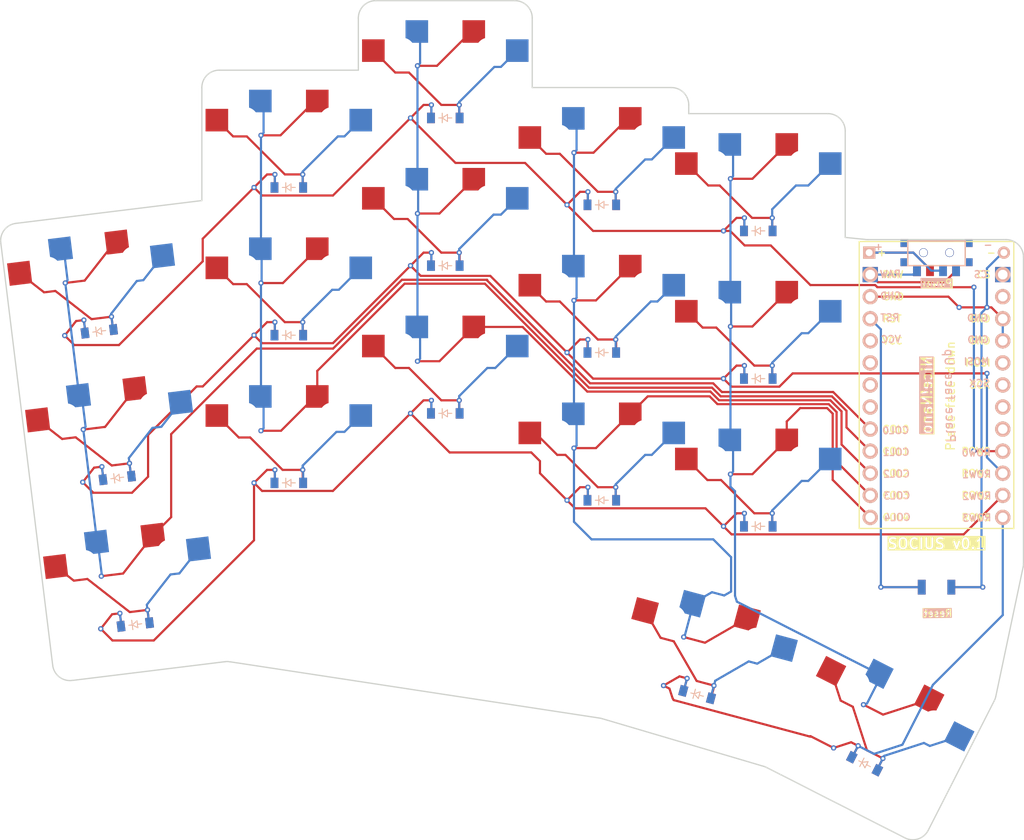
<source format=kicad_pcb>
(kicad_pcb (version 20221018) (generator pcbnew)
  (title_block (title "socius-choc-v1") (rev "v1.0.0") (company "Unknown"))
  (layers (0 "F.Cu" signal) (31 "B.Cu" signal) (34 "B.Paste" user) (35 "F.Paste" user) (36 "B.SilkS" user "B.Silkscreen") (37 "F.SilkS" user "F.Silkscreen") (38 "B.Mask" user) (39 "F.Mask" user) (44 "Edge.Cuts" user))
  (net 0 "")
  (net 1 "COL0")
  (net 2 "pinky_bottom")
  (net 3 "pinky_home")
  (net 4 "pinky_top")
  (net 5 "COL1")
  (net 6 "ring_bottom")
  (net 7 "ring_home")
  (net 8 "ring_top")
  (net 9 "COL2")
  (net 10 "middle_bottom")
  (net 11 "middle_home")
  (net 12 "middle_top")
  (net 13 "COL3")
  (net 14 "index_bottom")
  (net 15 "index_home")
  (net 16 "index_top")
  (net 17 "COL4")
  (net 18 "inner_bottom")
  (net 19 "inner_home")
  (net 20 "inner_top")
  (net 21 "inner_sole")
  (net 22 "outer_sole")
  (net 23 "ROW2")
  (net 24 "ROW1")
  (net 25 "ROW0")
  (net 26 "ROW3")
  (net 27 "RAW")
  (net 28 "GND")
  (net 29 "RST")
  (net 30 "VCC")
  (net 31 "P21")
  (net 32 "P20")
  (net 33 "P19")
  (net 34 "CS")
  (net 35 "P0")
  (net 36 "MOSI")
  (net 37 "SCK")
  (net 38 "P4")
  (net 39 "P5")
  (net 40 "POSITIVE")
  (footprint "E73:SPDT_C128955" (layer "F.Cu") (at 254.530218 126.820501)
    (fp_text reference "T1" hide)
    (fp_text value "" hide)
  )
  (footprint "ComboDiode" (layer "F.Cu") (at 180.030234 136.320507)
    (fp_text reference "D5" hide)
    (fp_text value "" hide)
  )
  (footprint "ComboDiode" (layer "F.Cu") (at 198.030229 128.320511)
    (fp_text reference "D8" hide)
    (fp_text value "" hide)
  )
  (footprint "VIA-0.6mm" (layer "F.Cu") (at 194.030232 145.320513)
    (fp_text reference "REF**" hide)
    (fp_text value "VIA-0.6mm" hide)
  )
  (footprint "PG1350" (layer "F.Cu") (at 161.885474 165.653536 7)
    (fp_text reference "S1" hide)
    (fp_text value "" hide)
  )
  (footprint "ComboDiode" (layer "F.Cu") (at 234.030229 158.320503)
    (fp_text reference "D13" hide)
    (fp_text value "" hide)
  )
  (footprint "Button_Switch_SMD:SW_SPST_B3U-1000P" (layer "F.Cu") (at 254.530227 165.320506 180)
    (fp_text reference "")
    (fp_text value "")
  )
  (footprint "VIA-0.6mm" (layer "F.Cu") (at 178.430238 117.820509)
    (fp_text reference "REF**" hide)
    (fp_text value "VIA-0.6mm" hide)
  )
  (footprint "VIA-0.6mm" (layer "F.Cu") (at 181.630223 134.820515)
    (fp_text reference "REF**" hide)
    (fp_text value "VIA-0.6mm" hide)
  )
  (footprint "ComboDiode" (layer "F.Cu") (at 216.030231 155.320505)
    (fp_text reference "D10" hide)
    (fp_text value "" hide)
  )
  (footprint "VIA-0.6mm" (layer "F.Cu") (at 258.830225 130.800507)
    (fp_text reference "REF**" hide)
    (fp_text value "VIA-0.6mm" hide)
  )
  (footprint "ComboDiode" (layer "F.Cu") (at 234.030221 141.320504)
    (fp_text reference "D14" hide)
    (fp_text value "" hide)
  )
  (footprint "ProMicro" (layer "F.Cu") (at 254.530236 143.32051 -90)
    (fp_text reference "MCU1" hide)
    (fp_text value "" hide)
  )
  (footprint "VIA-0.6mm" (layer "F.Cu") (at 199.630234 126.820507)
    (fp_text reference "REF**" hide)
    (fp_text value "VIA-0.6mm" hide)
  )
  (footprint "ComboDiode" (layer "F.Cu") (at 246.256973 185.641246 -27)
    (fp_text reference "D17" hide)
    (fp_text value "" hide)
  )
  (footprint "VIA-0.6mm" (layer "F.Cu") (at 154.322044 130.311859 7)
    (fp_text reference "REF**" hide)
    (fp_text value "VIA-0.6mm" hide)
  )
  (footprint "PG1350" (layer "F.Cu") (at 234.03023 120.320501)
    (fp_text reference "S15" hide)
    (fp_text value "" hide)
  )
  (footprint "VIA-0.6mm" (layer "F.Cu") (at 212.830232 115.320511)
    (fp_text reference "REF**" hide)
    (fp_text value "VIA-0.6mm" hide)
  )
  (footprint "ComboDiode" (layer "F.Cu") (at 198.030234 111.320505)
    (fp_text reference "D9" hide)
    (fp_text value "" hide)
  )
  (footprint "VIA-0.6mm" (layer "F.Cu") (at 160.602076 168.329904 7)
    (fp_text reference "REF**" hide)
    (fp_text value "VIA-0.6mm" hide)
  )
  (footprint "VIA-0.6mm" (layer "F.Cu") (at 242.692954 183.825294 -27)
    (fp_text reference "REF**" hide)
    (fp_text value "VIA-0.6mm" hide)
  )
  (footprint "VIA-0.6mm" (layer "F.Cu") (at 158.402771 170.111207 7)
    (fp_text reference "REF**" hide)
    (fp_text value "VIA-0.6mm" hide)
  )
  (footprint "VIA-0.6mm" (layer "F.Cu") (at 199.630238 109.820503)
    (fp_text reference "REF**" hide)
    (fp_text value "VIA-0.6mm" hide)
  )
  (footprint "ComboDiode" (layer "F.Cu") (at 216.03023 121.320513)
    (fp_text reference "D12" hide)
    (fp_text value "" hide)
  )
  (footprint "VIA-0.6mm" (layer "F.Cu") (at 232.430234 139.820508)
    (fp_text reference "REF**" hide)
    (fp_text value "VIA-0.6mm" hide)
  )
  (footprint "VIA-0.6mm" (layer "F.Cu") (at 176.830222 130.320506)
    (fp_text reference "REF**" hide)
    (fp_text value "VIA-0.6mm" hide)
  )
  (footprint "PG1350" (layer "F.Cu") (at 180.030232 115.320507)
    (fp_text reference "S6" hide)
    (fp_text value "" hide)
  )
  (footprint "PG1350" (layer "F.Cu") (at 159.813706 148.78025 7)
    (fp_text reference "S2" hide)
    (fp_text value "" hide)
  )
  (footprint "VIA-0.6mm" (layer "F.Cu") (at 235.630228 122.820504)
    (fp_text reference "REF**" hide)
    (fp_text value "VIA-0.6mm" hide)
  )
  (footprint "VIA-0.6mm" (layer "F.Cu") (at 248.363576 185.031136 -27)
    (fp_text reference "REF**" hide)
    (fp_text value "VIA-0.6mm" hide)
  )
  (footprint "VIA-0.6mm" (layer "F.Cu") (at 194.83023 122.320506)
    (fp_text reference "REF**" hide)
    (fp_text value "VIA-0.6mm" hide)
  )
  (footprint "ComboDiode" (layer "F.Cu") (at 226.994953 177.684213 -15)
    (fp_text reference "D16" hide)
    (fp_text value "" hide)
  )
  (footprint "VIA-0.6mm" (layer "F.Cu") (at 176.030226 136.320509)
    (fp_text reference "REF**" hide)
    (fp_text value "VIA-0.6mm" hide)
  )
  (footprint "PG1350" (layer "F.Cu") (at 198.030228 124.320499)
    (fp_text reference "S8" hide)
    (fp_text value "" hide)
  )
  (footprint "ComboDiode" (layer "F.Cu") (at 180.030237 153.320509)
    (fp_text reference "D4" hide)
    (fp_text value "" hide)
  )
  (footprint "ComboDiode" (layer "F.Cu") (at 160.301178 152.750441 7)
    (fp_text reference "D2" hide)
    (fp_text value "" hide)
  )
  (footprint "PG1350" (layer "F.Cu") (at 198.030226 141.320499)
    (fp_text reference "S7" hide)
    (fp_text value "" hide)
  )
  (footprint "VIA-0.6mm" (layer "F.Cu") (at 232.430229 122.820506)
    (fp_text reference "REF**" hide)
    (fp_text value "VIA-0.6mm" hide)
  )
  (footprint "VIA-0.6mm" (layer "F.Cu") (at 230.830231 118.320505)
    (fp_text reference "REF**" hide)
    (fp_text value "VIA-0.6mm" hide)
  )
  (footprint "VIA-0.6mm" (layer "F.Cu") (at 225.837702 175.821211 -15)
    (fp_text reference "REF**" hide)
    (fp_text value "VIA-0.6mm" hide)
  )
  (footprint "VIA-0.6mm" (layer "F.Cu") (at 235.63023 156.820496)
    (fp_text reference "REF**" hide)
    (fp_text value "VIA-0.6mm" hide)
  )
  (footprint "VIA-0.6mm" (layer "F.Cu") (at 214.430229 119.820506)
    (fp_text reference "REF**" hide)
    (fp_text value "VIA-0.6mm" hide)
  )
  (footprint "ComboDiode" (layer "F.Cu") (at 158.229401 135.877158 7)
    (fp_text reference "D3" hide)
    (fp_text value "" hide)
  )
  (footprint "VIA-0.6mm" (layer "F.Cu") (at 214.430231 153.820509)
    (fp_text reference "REF**" hide)
    (fp_text value "VIA-0.6mm" hide)
  )
  (footprint "VIA-0.6mm" (layer "F.Cu") (at 158.465594 164.058428 7)
    (fp_text reference "REF**" hide)
    (fp_text value "VIA-0.6mm" hide)
  )
  (footprint "ComboDiode" (layer "F.Cu") (at 180.030232 119.320502)
    (fp_text reference "D6" hide)
    (fp_text value "" hide)
  )
  (footprint "PG1350" (layer "F.Cu") (at 180.030236 132.320504)
    (fp_text reference "S5" hide)
    (fp_text value "" hide)
  )
  (footprint "VIA-0.6mm" (layer "F.Cu") (at 259.844214 165.320503)
    (fp_text reference "REF**" hide)
    (fp_text value "VIA-0.6mm" hide)
  )
  (footprint "PG1350" (layer "F.Cu") (at 216.030227 134.320506)
    (fp_text reference "S11" hide)
    (fp_text value "" hide)
  )
  (footprint "VIA-0.6mm" (layer "F.Cu") (at 156.458519 134.583332 7)
    (fp_text reference "REF**" hide)
    (fp_text value "VIA-0.6mm" hide)
  )
  (footprint "VIA-0.6mm" (layer "F.Cu") (at 230.830235 152.320509)
    (fp_text reference "REF**" hide)
    (fp_text value "VIA-0.6mm" hide)
  )
  (footprint "VIA-0.6mm" (layer "F.Cu") (at 214.43023 136.820496)
    (fp_text reference "REF**" hide)
    (fp_text value "VIA-0.6mm" hide)
  )
  (footprint "PG1350" (layer "F.Cu") (at 234.030226 154.320506)
    (fp_text reference "S13" hide)
    (fp_text value "" hide)
  )
  (footprint "PG1350" (layer "F.Cu") (at 248.072939 182.077226 -27)
    (fp_text reference "S17" hide)
    (fp_text value "" hide)
  )
  (footprint "VIA-0.6mm" (layer "F.Cu") (at 194.030236 128.320508)
    (fp_text reference "REF**" hide)
    (fp_text value "VIA-0.6mm" hide)
  )
  (footprint "VIA-0.6mm" (layer "F.Cu") (at 176.030231 119.320502)
    (fp_text reference "REF**" hide)
    (fp_text value "VIA-0.6mm" hide)
  )
  (footprint "lib:niceview_headers" (layer "F.Cu") (at 254.530218 126.820501 -90)
    (fp_text reference "")
    (fp_text value "")
  )
  (footprint "VIA-0.6mm" (layer "F.Cu") (at 194.830234 139.320508)
    (fp_text reference "REF**" hide)
    (fp_text value "VIA-0.6mm" hide)
  )
  (footprint "VIA-0.6mm" (layer "F.Cu") (at 176.83023 147.320506)
    (fp_text reference "REF**" hide)
    (fp_text value "VIA-0.6mm" hide)
  )
  (footprint "VIA-0.6mm" (layer "F.Cu") (at 260.330237 140.720506)
    (fp_text reference "REF**" hide)
    (fp_text value "VIA-0.6mm" hide)
  )
  (footprint "VIA-0.6mm" (layer "F.Cu") (at 161.706444 151.066629 7)
    (fp_text reference "REF**" hide)
    (fp_text value "VIA-0.6mm" hide)
  )
  (footprint "VIA-0.6mm" (layer "F.Cu") (at 178.430222 134.820508)
    (fp_text reference "REF**" hide)
    (fp_text value "VIA-0.6mm" hide)
  )
  (footprint "VIA-0.6mm" (layer "F.Cu") (at 217.630232 136.820502)
    (fp_text reference "REF**" hide)
    (fp_text value "VIA-0.6mm" hide)
  )
  (footprint "VIA-0.6mm" (layer "F.Cu") (at 178.430227 151.820501)
    (fp_text reference "REF**" hide)
    (fp_text value "VIA-0.6mm" hide)
  )
  (footprint "PG1350" (layer "F.Cu") (at 234.030234 137.320505)
    (fp_text reference "S14" hide)
    (fp_text value "" hide)
  )
  (footprint "PG1350" (layer "F.Cu") (at 157.741922 131.906966 7)
    (fp_text reference "S3" hide)
    (fp_text value "" hide)
  )
  (footprint "VIA-0.6mm" (layer "F.Cu") (at 212.830235 149.320505)
    (fp_text reference "REF**" hide)
    (fp_text value "VIA-0.6mm" hide)
  )
  (footprint "VIA-0.6mm" (layer "F.Cu") (at 248.130225 165.320503)
    (fp_text reference "REF**" hide)
    (fp_text value "VIA-0.6mm" hide)
  )
  (footprint "VIA-0.6mm" (layer "F.Cu") (at 154.259217 136.364631 7)
    (fp_text reference "REF**" hide)
    (fp_text value "VIA-0.6mm" hide)
  )
  (footprint "VIA-0.6mm" (layer "F.Cu") (at 199.63023 143.820498)
    (fp_text reference "REF**" hide)
    (fp_text value "VIA-0.6mm" hide)
  )
  (footprint "VIA-0.6mm" (layer "F.Cu") (at 225.456904 171.060428 -15)
    (fp_text reference "REF**" hide)
    (fp_text value "VIA-0.6mm" hide)
  )
  (footprint "VIA-0.6mm" (layer "F.Cu") (at 163.778225 167.939913 7)
    (fp_text reference "REF**" hide)
    (fp_text value "VIA-0.6mm" hide)
  )
  (footprint "VIA-0.6mm" (layer "F.Cu") (at 260.330235 133.120507)
    (fp_text reference "REF**" hide)
    (fp_text value "VIA-0.6mm" hide)
  )
  (footprint "VIA-0.6mm" (layer "F.Cu") (at 196.430226 143.820512)
    (fp_text reference "REF**" hide)
    (fp_text value "VIA-0.6mm" hide)
  )
  (footprint "VIA-0.6mm" (layer "F.Cu") (at 156.330996 153.237916 7)
    (fp_text reference "REF**" hide)
    (fp_text value "VIA-0.6mm" hide)
  )
  (footprint "VIA-0.6mm" (layer "F.Cu") (at 246.129705 178.842449 -27)
    (fp_text reference "REF**" hide)
    (fp_text value "VIA-0.6mm" hide)
  )
  (footprint "ComboDiode" (layer "F.Cu") (at 216.030231 138.320506)
    (fp_text reference "D11" hide)
    (fp_text value "" hide)
  )
  (footprint "ComboDiode" (layer "F.Cu") (at 234.030234 124.320512)
    (fp_text reference "D15" hide)
    (fp_text value "" hide)
  )
  (footprint "VIA-0.6mm" (layer "F.Cu") (at 181.630235 117.820511)
    (fp_text reference "REF**" hide)
    (fp_text value "VIA-0.6mm" hide)
  )
  (footprint "VIA-0.6mm" (layer "F.Cu") (at 176.030234 153.320512)
    (fp_text reference "REF**" hide)
    (fp_text value "VIA-0.6mm" hide)
  )
  (footprint "VIA-0.6mm" (layer "F.Cu") (at 232.430234 156.82051)
    (fp_text reference "REF**" hide)
    (fp_text value "VIA-0.6mm" hide)
  )
  (footprint "VIA-0.6mm" (layer "F.Cu") (at 212.030221 138.320509)
    (fp_text reference "REF**" hide)
    (fp_text value "VIA-0.6mm" hide)
  )
  (footprint "VIA-0.6mm" (layer "F.Cu") (at 212.030232 121.32051)
    (fp_text reference "REF**" hide)
    (fp_text value "VIA-0.6mm" hide)
  )
  (footprint "VIA-0.6mm" (layer "F.Cu") (at 158.530298 151.456615 7)
    (fp_text reference "REF**" hide)
    (fp_text value "VIA-0.6mm" hide)
  )
  (footprint "PG1350" (layer "F.Cu") (at 216.030241 117.320506)
    (fp_text reference "S12" hide)
    (fp_text value "" hide)
  )
  (footprint "VIA-0.6mm" (layer "F.Cu") (at 181.630229 151.820507)
    (fp_text reference "REF**" hide)
    (fp_text value "VIA-0.6mm" hide)
  )
  (footprint "PG1350" (layer "F.Cu") (at 228.030233 173.820502 -15)
    (fp_text reference "S16" hide)
    (fp_text value "" hide)
  )
  (footprint "VIA-0.6mm" (layer "F.Cu") (at 257.130236 133.120509)
    (fp_text reference "REF**" hide)
    (fp_text value "VIA-0.6mm" hide)
  )
  (footprint "VIA-0.6mm" (layer "F.Cu") (at 230.030234 141.320504)
    (fp_text reference "REF**" hide)
    (fp_text value "VIA-0.6mm" hide)
  )
  (footprint "VIA-0.6mm" (layer "F.Cu") (at 156.393818 147.185146 7)
    (fp_text reference "REF**" hide)
    (fp_text value "VIA-0.6mm" hide)
  )
  (footprint "ComboDiode" (layer "F.Cu") (at 198.030237 145.320511)
    (fp_text reference "D7" hide)
    (fp_text value "" hide)
  )
  (footprint "ComboDiode" (layer "F.Cu") (at 162.372964 169.623722 7)
    (fp_text reference "D1" hide)
    (fp_text value "" hide)
  )
  (footprint "VIA-0.6mm" (layer "F.Cu") (at 217.630226 119.820506)
    (fp_text reference "REF**" hide)
    (fp_text value "VIA-0.6mm" hide)
  )
  (footprint "VIA-0.6mm" (layer "F.Cu") (at 245.512356 183.578356 -27)
    (fp_text reference "REF**" hide)
    (fp_text value "VIA-0.6mm" hide)
  )
  (footprint "VIA-0.6mm" (layer "F.Cu") (at 230.030235 158.320508)
    (fp_text reference "REF**" hide)
    (fp_text value "VIA-0.6mm" hide)
  )
  (footprint "VIA-0.6mm" (layer "F.Cu") (at 196.430239 109.820506)
    (fp_text reference "REF**" hide)
    (fp_text value "VIA-0.6mm" hide)
  )
  (footprint "VIA-0.6mm" (layer "F.Cu") (at 217.630232 153.820511)
    (fp_text reference "REF**" hide)
    (fp_text value "VIA-0.6mm" hide)
  )
  (footprint "PG1350" (layer "F.Cu") (at 198.030229 107.320508)
    (fp_text reference "S9" hide)
    (fp_text value "" hide)
  )
  (footprint "VIA-0.6mm" (layer "F.Cu") (at 194.830244 105.3205)
    (fp_text reference "REF**" hide)
    (fp_text value "VIA-0.6mm" hide)
  )
  (footprint "VIA-0.6mm" (layer "F.Cu") (at 228.928664 176.649428 -15)
    (fp_text reference "REF**" hide)
    (fp_text value "VIA-0.6mm" hide)
  )
  (footprint "VIA-0.6mm" (layer "F.Cu") (at 176.830234 113.320504)
    (fp_text reference "REF**" hide)
    (fp_text value "VIA-0.6mm" hide)
  )
  (footprint "VIA-0.6mm" (layer "F.Cu") (at 230.830236 135.32051)
    (fp_text reference "REF**" hide)
    (fp_text value "VIA-0.6mm" hide)
  )
  (footprint "VIA-0.6mm" (layer "F.Cu") (at 212.83023 132.320511)
    (fp_text reference "REF**" hide)
    (fp_text value "VIA-0.6mm" hide)
  )
  (footprint "VIA-0.6mm" (layer "F.Cu") (at 194.030231 111.320502)
    (fp_text reference "REF**" hide)
    (fp_text value "VIA-0.6mm" hide)
  )
  (footprint "VIA-0.6mm" (layer "F.Cu") (at 223.131247 176.648929 -15)
    (fp_text reference "REF**" hide)
    (fp_text value "VIA-0.6mm" hide)
  )
  (footprint "PG1350" (layer "F.Cu") (at 180.030233 149.3205)
    (fp_text reference "S4" hide)
    (fp_text value "" hide)
  )
  (footprint "PG1350" (layer "F.Cu") (at 216.030235 151.320511)
    (fp_text reference "S10" hide)
    (fp_text value "" hide)
  )
  (footprint "VIA-0.6mm" (layer "F.Cu") (at 230.030233 124.320506)
    (fp_text reference "REF**" hide)
    (fp_text value "VIA-0.6mm" hide)
  )
  (footprint "VIA-0.6mm" (layer "F.Cu") (at 258.830239 149.620504)
    (fp_text reference "REF**" hide)
    (fp_text value "VIA-0.6mm" hide)
  )
  (footprint "VIA-0.6mm" (layer "F.Cu") (at 196.430226 126.820516)
    (fp_text reference "REF**" hide)
    (fp_text value "VIA-0.6mm" hide)
  )
  (footprint "VIA-0.6mm" (layer "F.Cu") (at 212.03023 155.320505)
    (fp_text reference "REF**" hide)
    (fp_text value "VIA-0.6mm" hide)
  )
  (footprint "VIA-0.6mm" (layer "F.Cu") (at 235.630238 139.820503)
    (fp_text reference "REF**" hide)
    (fp_text value "VIA-0.6mm" hide)
  )
  (footprint "VIA-0.6mm" (layer "F.Cu") (at 159.634667 134.193343 7)
    (fp_text reference "REF**" hide)
    (fp_text value "VIA-0.6mm" hide)
  )
  (gr_line (start 264.487173 163.02467) (end 261.350593 177.893403) (stroke (width 0.15)) (layer "Edge.Cuts"))
  (gr_arc (start 146.902437 125.681574) (mid 147.311477 124.206476) (end 148.643792 123.452733) (stroke (width 0.15)) (layer "Edge.Cuts"))
  (gr_line (start 226.030228 110.820513) (end 226.030235 109.820509) (stroke (width 0.15)) (layer "Edge.Cuts"))
  (gr_line (start 234.672951 185.949603) (end 216.042772 180.447178) (stroke (width 0.15)) (layer "Edge.Cuts"))
  (gr_line (start 215.777584 180.388099) (end 173.240687 173.90548) (stroke (width 0.15)) (layer "Edge.Cuts"))
  (gr_arc (start 224.030228 107.820506) (mid 225.444457 108.406279) (end 226.030235 109.820509) (stroke (width 0.15)) (layer "Edge.Cuts"))
  (gr_arc (start 155.102861 176.057683) (mid 153.627837 175.648554) (end 152.874033 174.316328) (stroke (width 0.15)) (layer "Edge.Cuts"))
  (gr_line (start 244.030228 125.068915) (end 244.030235 112.820508) (stroke (width 0.15)) (layer "Edge.Cuts"))
  (gr_line (start 155.102861 176.057683) (end 172.695623 173.897563) (stroke (width 0.15)) (layer "Edge.Cuts"))
  (gr_line (start 264.53023 127.32051) (end 264.530227 162.611856) (stroke (width 0.15)) (layer "Edge.Cuts"))
  (gr_line (start 206.030225 97.8205) (end 190.030234 97.820505) (stroke (width 0.15)) (layer "Edge.Cuts"))
  (gr_line (start 152.874033 174.316328) (end 146.902437 125.681574) (stroke (width 0.15)) (layer "Edge.Cuts"))
  (gr_arc (start 264.530227 162.611856) (mid 264.519425 162.819382) (end 264.487173 163.02467) (stroke (width 0.15)) (layer "Edge.Cuts"))
  (gr_arc (start 236.631416 186.909577) (mid 236.631699 186.90972) (end 236.631983 186.909862) (stroke (width 0.15)) (layer "Edge.Cuts"))
  (gr_arc (start 262.530241 125.320504) (mid 263.944467 125.906281) (end 264.53023 127.32051) (stroke (width 0.15)) (layer "Edge.Cuts"))
  (gr_line (start 253.578081 193.29968) (end 261.175669 178.388574) (stroke (width 0.15)) (layer "Edge.Cuts"))
  (gr_line (start 236.631982 186.909862) (end 236.631416 186.909577) (stroke (width 0.15)) (layer "Edge.Cuts"))
  (gr_arc (start 261.350593 177.893403) (mid 261.279453 178.146754) (end 261.175669 178.388574) (stroke (width 0.15)) (layer "Edge.Cuts"))
  (gr_line (start 188.030236 105.820501) (end 172.030232 105.82051) (stroke (width 0.15)) (layer "Edge.Cuts"))
  (gr_arc (start 170.030231 107.820505) (mid 170.616004 106.406279) (end 172.030232 105.82051) (stroke (width 0.15)) (layer "Edge.Cuts"))
  (gr_arc (start 172.695623 173.897563) (mid 172.968426 173.882869) (end 173.240687 173.90548) (stroke (width 0.15)) (layer "Edge.Cuts"))
  (gr_line (start 224.03023 107.820511) (end 208.030235 107.820512) (stroke (width 0.15)) (layer "Edge.Cuts"))
  (gr_line (start 236.631416 186.909577) (end 235.014424 186.08567) (stroke (width 0.15)) (layer "Edge.Cuts"))
  (gr_line (start 246.63062 125.320506) (end 262.530242 125.320505) (stroke (width 0.15)) (layer "Edge.Cuts"))
  (gr_line (start 148.643792 123.452733) (end 170.030223 120.82681) (stroke (width 0.15)) (layer "Edge.Cuts"))
  (gr_line (start 236.631982 186.909862) (end 250.888084 194.173709) (stroke (width 0.15)) (layer "Edge.Cuts"))
  (gr_arc (start 188.030232 99.820503) (mid 188.616006 98.406278) (end 190.030234 97.820505) (stroke (width 0.15)) (layer "Edge.Cuts"))
  (gr_arc (start 215.777584 180.388099) (mid 215.911182 180.413132) (end 216.042772 180.447178) (stroke (width 0.15)) (layer "Edge.Cuts"))
  (gr_line (start 208.030235 107.820512) (end 208.030232 99.820504) (stroke (width 0.15)) (layer "Edge.Cuts"))
  (gr_line (start 170.030229 107.820505) (end 170.030223 120.82681) (stroke (width 0.15)) (layer "Edge.Cuts"))
  (gr_line (start 188.030232 99.820503) (end 188.030236 105.820501) (stroke (width 0.15)) (layer "Edge.Cuts"))
  (gr_arc (start 234.672953 185.949604) (mid 234.84682 186.009779) (end 235.014424 186.08567) (stroke (width 0.15)) (layer "Edge.Cuts"))
  (gr_line (start 244.030228 125.068915) (end 246.430355 125.310459) (stroke (width 0.15)) (layer "Edge.Cuts"))
  (gr_arc (start 206.030229 97.8205) (mid 207.444463 98.406273) (end 208.030232 99.820504) (stroke (width 0.15)) (layer "Edge.Cuts"))
  (gr_line (start 242.030234 110.820509) (end 226.030228 110.820513) (stroke (width 0.15)) (layer "Edge.Cuts"))
  (gr_arc (start 246.63062 125.320506) (mid 246.530362 125.317993) (end 246.430355 125.310459) (stroke (width 0.15)) (layer "Edge.Cuts"))
  (gr_arc (start 253.578081 193.29968) (mid 252.414105 194.293837) (end 250.888084 194.173709) (stroke (width 0.15)) (layer "Edge.Cuts"))
  (gr_arc (start 242.030233 110.820509) (mid 243.444457 111.406282) (end 244.030235 112.820508) (stroke (width 0.15)) (layer "Edge.Cuts"))
  (segment (start 160.267385 125.602192) (end 159.989484 125.63633) (width 0.25) (layer "F.Cu") (net 1))
  (segment (start 229.844218 142.861508) (end 242.641245 142.86151) (width 0.25) (layer "F.Cu") (net 1))
  (segment (start 176.344216 137.861508) (end 185.125622 137.86151) (width 0.25) (layer "F.Cu") (net 1))
  (segment (start 228.844218 141.86151) (end 229.844218 142.861508) (width 0.25) (layer "F.Cu") (net 1))
  (segment (start 159.989484 125.63633) (end 156.550299 130.038262) (width 0.25) (layer "F.Cu") (net 1))
  (segment (start 160.971776 163.750715) (end 158.465594 164.058428) (width 0.25) (layer "F.Cu") (net 1))
  (segment (start 158.899998 146.877425) (end 156.393818 147.185146) (width 0.25) (layer "F.Cu") (net 1))
  (segment (start 202.84422 129.943486) (end 202.844217 130.018392) (width 0.25) (layer "F.Cu") (net 1))
  (segment (start 166.498605 157.261098) (end 166.498608 147.70712) (width 0.25) (layer "F.Cu") (net 1))
  (segment (start 242.641245 142.86151) (end 246.910233 147.130506) (width 0.25) (layer "F.Cu") (net 1))
  (segment (start 162.339169 142.475479) (end 158.899998 146.877425) (width 0.25) (layer "F.Cu") (net 1))
  (segment (start 166.498608 147.70712) (end 176.344216 137.861508) (width 0.25) (layer "F.Cu") (net 1))
  (segment (start 164.410948 159.348765) (end 160.971776 163.750715) (width 0.25) (layer "F.Cu") (net 1))
  (segment (start 185.125622 137.86151) (end 193.043654 129.943483) (width 0.25) (layer "F.Cu") (net 1))
  (segment (start 214.687338 141.861511) (end 228.844218 141.86151) (width 0.25) (layer "F.Cu") (net 1))
  (segment (start 164.410946 159.348766) (end 166.498605 157.261098) (width 0.25) (layer "F.Cu") (net 1))
  (segment (start 156.550299 130.038262) (end 154.322044 130.311859) (width 0.25) (layer "F.Cu") (net 1))
  (segment (start 193.043654 129.943483) (end 202.84422 129.943486) (width 0.25) (layer "F.Cu") (net 1))
  (segment (start 202.844217 130.018392) (end 214.687338 141.861511) (width 0.25) (layer "F.Cu") (net 1))
  (segment (start 158.076927 160.277619) (end 158.530893 163.974842) (width 0.25) (layer "B.Cu") (net 1))
  (segment (start 154.184115 126.726943) (end 154.583239 129.977531) (width 0.25) (layer "B.Cu") (net 1))
  (segment (start 154.322044 130.311859) (end 155.903291 143.190143) (width 0.25) (layer "B.Cu") (net 1))
  (segment (start 154.583239 129.977531) (end 154.322044 130.311859) (width 0.25) (layer "B.Cu") (net 1))
  (segment (start 155.837989 143.273726) (end 156.255893 143.600233) (width 0.25) (layer "B.Cu") (net 1))
  (segment (start 157.909763 160.147014) (end 158.076927 160.277619) (width 0.25) (layer "B.Cu") (net 1))
  (segment (start 158.530893 163.974842) (end 158.465594 164.058428) (width 0.25) (layer "B.Cu") (net 1))
  (segment (start 153.766211 126.400441) (end 154.184115 126.726943) (width 0.25) (layer "B.Cu") (net 1))
  (segment (start 156.255893 143.600233) (end 156.655009 146.850815) (width 0.25) (layer "B.Cu") (net 1))
  (segment (start 155.903291 143.190143) (end 155.837989 143.273726) (width 0.25) (layer "B.Cu") (net 1))
  (segment (start 156.393818 147.185146) (end 157.975073 160.06343) (width 0.25) (layer "B.Cu") (net 1))
  (segment (start 157.975073 160.06343) (end 157.909763 160.147014) (width 0.25) (layer "B.Cu") (net 1))
  (segment (start 156.655009 146.850815) (end 156.393818 147.185146) (width 0.25) (layer "B.Cu") (net 1))
  (segment (start 156.862978 164.381144) (end 161.738542 168.190355) (width 0.25) (layer "F.Cu") (net 2))
  (segment (start 163.954932 169.379109) (end 164.010652 169.422637) (width 0.25) (layer "F.Cu") (net 2))
  (segment (start 163.778225 167.939913) (end 163.954932 169.379109) (width 0.25) (layer "F.Cu") (net 2))
  (segment (start 153.215144 162.939958) (end 155.304679 164.57248) (width 0.25) (layer "F.Cu") (net 2))
  (segment (start 155.304679 164.57248) (end 156.862978 164.381144) (width 0.25) (layer "F.Cu") (net 2))
  (segment (start 161.738542 168.190355) (end 163.778225 167.939913) (width 0.25) (layer "F.Cu") (net 2))
  (segment (start 167.444111 163.73592) (end 166.422379 163.861373) (width 0.25) (layer "B.Cu") (net 2))
  (segment (start 163.704567 167.34001) (end 163.778225 167.939913) (width 0.25) (layer "B.Cu") (net 2))
  (segment (start 163.778225 167.939913) (end 163.954942 169.3791) (width 0.25) (layer "B.Cu") (net 2))
  (segment (start 163.954942 169.3791) (end 164.010663 169.422639) (width 0.25) (layer "B.Cu") (net 2))
  (segment (start 169.641786 160.923027) (end 167.444111 163.73592) (width 0.25) (layer "B.Cu") (net 2))
  (segment (start 166.422379 163.861373) (end 163.704567 167.34001) (width 0.25) (layer "B.Cu") (net 2))
  (segment (start 161.88316 152.505824) (end 161.938876 152.549351) (width 0.25) (layer "F.Cu") (net 3))
  (segment (start 161.706444 151.066629) (end 161.88316 152.505824) (width 0.25) (layer "F.Cu") (net 3))
  (segment (start 153.956265 148.264356) (end 155.514569 148.073018) (width 0.25) (layer "F.Cu") (net 3))
  (segment (start 159.666761 151.317074) (end 161.706444 151.066629) (width 0.25) (layer "F.Cu") (net 3))
  (segment (start 151.143375 146.066674) (end 153.956265 148.264356) (width 0.25) (layer "F.Cu") (net 3))
  (segment (start 155.514569 148.073018) (end 159.666761 151.317074) (width 0.25) (layer "F.Cu") (net 3))
  (segment (start 167.570006 144.049735) (end 165.372339 146.862637) (width 0.25) (layer "B.Cu") (net 3))
  (segment (start 164.350603 146.988088) (end 161.632787 150.466733) (width 0.25) (layer "B.Cu") (net 3))
  (segment (start 161.883155 152.505814) (end 161.938879 152.549354) (width 0.25) (layer "B.Cu") (net 3))
  (segment (start 161.632787 150.466733) (end 161.706444 151.066629) (width 0.25) (layer "B.Cu") (net 3))
  (segment (start 161.706444 151.066629) (end 161.883155 152.505814) (width 0.25) (layer "B.Cu") (net 3))
  (segment (start 165.372339 146.862637) (end 164.350603 146.988088) (width 0.25) (layer "B.Cu") (net 3))
  (segment (start 153.183616 131.231557) (end 157.33581 134.47561) (width 0.25) (layer "F.Cu") (net 4))
  (segment (start 157.33581 134.47561) (end 159.634667 134.193343) (width 0.25) (layer "F.Cu") (net 4))
  (segment (start 149.071595 129.193393) (end 151.88449 131.391063) (width 0.25) (layer "F.Cu") (net 4))
  (segment (start 151.88449 131.391063) (end 153.183616 131.231557) (width 0.25) (layer "F.Cu") (net 4))
  (segment (start 159.634667 134.193343) (end 159.811377 135.632539) (width 0.25) (layer "F.Cu") (net 4))
  (segment (start 159.811377 135.632539) (end 159.867103 135.676068) (width 0.25) (layer "F.Cu") (net 4))
  (segment (start 159.594002 133.862149) (end 159.634667 134.193343) (width 0.25) (layer "B.Cu") (net 4))
  (segment (start 162.547533 130.081809) (end 159.594002 133.862149) (width 0.25) (layer "B.Cu") (net 4))
  (segment (start 163.300554 129.989355) (end 162.547533 130.081809) (width 0.25) (layer "B.Cu") (net 4))
  (segment (start 159.811373 135.63254) (end 159.867098 135.676074) (width 0.25) (layer "B.Cu") (net 4))
  (segment (start 159.634667 134.193343) (end 159.811373 135.63254) (width 0.25) (layer "B.Cu") (net 4))
  (segment (start 165.498232 127.176452) (end 163.300554 129.989355) (width 0.25) (layer "B.Cu") (net 4))
  (segment (start 183.30523 143.370506) (end 183.086159 143.370501) (width 0.25) (layer "F.Cu") (net 5))
  (segment (start 229.707824 143.361509) (end 242.504846 143.361511) (width 0.25) (layer "F.Cu") (net 5))
  (segment (start 183.305229 126.370512) (end 179.355231 130.320507) (width 0.25) (layer "F.Cu") (net 5))
  (segment (start 179.075232 113.320502) (end 176.830234 113.320504) (width 0.25) (layer "F.Cu") (net 5))
  (segment (start 214.550936 142.36151) (end 228.707823 142.361512) (width 0.25) (layer "F.Cu") (net 5))
  (segment (start 183.305229 143.370507) (end 183.305232 140.432473) (width 0.25) (layer "F.Cu") (net 5))
  (segment (start 244.174528 145.031201) (end 244.174531 146.934802) (width 0.25) (layer "F.Cu") (net 5))
  (segment (start 183.086159 143.370501) (end 179.136159 147.3205) (width 0.25) (layer "F.Cu") (net 5))
  (segment (start 242.504846 143.361511) (end 244.174528 145.031201) (width 0.25) (layer "F.Cu") (net 5))
  (segment (start 183.305232 140.432473) (end 193.344217 130.393482) (width 0.25) (layer "F.Cu") (net 5))
  (segment (start 193.344217 130.393482) (end 202.582915 130.393483) (width 0.25) (layer "F.Cu") (net 5))
  (segment (start 183.025232 109.370506) (end 179.075232 113.320502) (width 0.25) (layer "F.Cu") (net 5))
  (segment (start 179.136159 147.3205) (end 176.83023 147.320506) (width 0.25) (layer "F.Cu") (net 5))
  (segment (start 179.355231 130.320507) (end 176.830222 130.320506) (width 0.25) (layer "F.Cu") (net 5))
  (segment (start 202.582915 130.393483) (end 214.550936 142.36151) (width 0.25) (layer "F.Cu") (net 5))
  (segment (start 228.707823 142.361512) (end 229.707824 143.361509) (width 0.25) (layer "F.Cu") (net 5))
  (segment (start 244.174531 146.934802) (end 246.910232 149.6705) (width 0.25) (layer "F.Cu") (net 5))
  (segment (start 183.305228 109.370505) (end 183.025232 109.370506) (width 0.25) (layer "F.Cu") (net 5))
  (segment (start 177.130236 143.745506) (end 177.130234 147.020513) (width 0.25) (layer "B.Cu") (net 5))
  (segment (start 176.905233 130.245506) (end 176.830222 130.320506) (width 0.25) (layer "B.Cu") (net 5))
  (segment (start 177.130234 147.020513) (end 176.83023 147.320506) (width 0.25) (layer "B.Cu") (net 5))
  (segment (start 176.830234 113.320504) (end 176.830244 126.295507) (width 0.25) (layer "B.Cu") (net 5))
  (segment (start 176.755228 126.370505) (end 176.905227 126.520512) (width 0.25) (layer "B.Cu") (net 5))
  (segment (start 176.755235 143.370503) (end 177.130236 143.745506) (width 0.25) (layer "B.Cu") (net 5))
  (segment (start 176.75523 109.370502) (end 177.130232 109.7455) (width 0.25) (layer "B.Cu") (net 5))
  (segment (start 176.830236 143.295507) (end 176.755235 143.370503) (width 0.25) (layer "B.Cu") (net 5))
  (segment (start 176.830244 126.295507) (end 176.755228 126.370505) (width 0.25) (layer "B.Cu") (net 5))
  (segment (start 176.830222 130.320506) (end 176.830236 143.295507) (width 0.25) (layer "B.Cu") (net 5))
  (segment (start 176.905227 126.520512) (end 176.905233 130.245506) (width 0.25) (layer "B.Cu") (net 5))
  (segment (start 177.130232 109.7455) (end 177.13023 113.020506) (width 0.25) (layer "B.Cu") (net 5))
  (segment (start 177.13023 113.020506) (end 176.830234 113.320504) (width 0.25) (layer "B.Cu") (net 5))
  (segment (start 181.630229 151.820507) (end 181.630232 153.270513) (width 0.25) (layer "F.Cu") (net 6))
  (segment (start 174.279327 148.094605) (end 175.588218 148.094604) (width 0.25) (layer "F.Cu") (net 6))
  (segment (start 171.755238 145.570499) (end 174.279327 148.094605) (width 0.25) (layer "F.Cu") (net 6))
  (segment (start 175.588218 148.094604) (end 179.314121 151.820513) (width 0.25) (layer "F.Cu") (net 6))
  (segment (start 179.314121 151.820513) (end 181.630229 151.820507) (width 0.25) (layer "F.Cu") (net 6))
  (segment (start 181.630232 153.270513) (end 181.680237 153.320502) (width 0.25) (layer "F.Cu") (net 6))
  (segment (start 185.511161 147.445507) (end 181.630235 151.326431) (width 0.25) (layer "B.Cu") (net 6))
  (segment (start 181.680236 151.543483) (end 181.680237 153.320502) (width 0.25) (layer "B.Cu") (net 6))
  (segment (start 186.430227 147.445509) (end 185.511161 147.445507) (width 0.25) (layer "B.Cu") (net 6))
  (segment (start 188.30523 145.57051) (end 186.430227 147.445509) (width 0.25) (layer "B.Cu") (net 6))
  (segment (start 181.630232 151.493485) (end 181.630229 151.820507) (width 0.25) (layer "B.Cu") (net 6))
  (segment (start 181.630235 151.326431) (end 181.630232 151.493485) (width 0.25) (layer "B.Cu") (net 6))
  (segment (start 181.630232 151.493485) (end 181.680236 151.543483) (width 0.25) (layer "B.Cu") (net 6))
  (segment (start 179.575234 134.820509) (end 181.630223 134.820515) (width 0.25) (layer "F.Cu") (net 7))
  (segment (start 175.200236 130.445506) (end 179.575234 134.820509) (width 0.25) (layer "F.Cu") (net 7))
  (segment (start 173.630229 130.445512) (end 175.200236 130.445506) (width 0.25) (layer "F.Cu") (net 7))
  (segment (start 171.755233 128.570507) (end 173.630229 130.445512) (width 0.25) (layer "F.Cu") (net 7))
  (segment (start 181.630223 134.820515) (end 181.630231 136.27051) (width 0.25) (layer "F.Cu") (net 7))
  (segment (start 181.630231 136.27051) (end 181.680234 136.32051) (width 0.25) (layer "F.Cu") (net 7))
  (segment (start 185.02245 131.094602) (end 181.630233 134.486819) (width 0.25) (layer "B.Cu") (net 7))
  (segment (start 181.630231 136.27051) (end 181.680234 136.32051) (width 0.25) (layer "B.Cu") (net 7))
  (segment (start 181.630223 134.820515) (end 181.630231 136.27051) (width 0.25) (layer "B.Cu") (net 7))
  (segment (start 188.305231 128.570504) (end 185.781131 131.094608) (width 0.25) (layer "B.Cu") (net 7))
  (segment (start 181.630233 134.486819) (end 181.630223 134.820515) (width 0.25) (layer "B.Cu") (net 7))
  (segment (start 185.781131 131.094608) (end 185.02245 131.094602) (width 0.25) (layer "B.Cu") (net 7))
  (segment (start 181.630235 117.820511) (end 181.630229 119.270506) (width 0.25) (layer "F.Cu") (net 8))
  (segment (start 181.630229 119.270506) (end 181.680236 119.3205) (width 0.25) (layer "F.Cu") (net 8))
  (segment (start 175.200234 113.445507) (end 179.575232 117.820503) (width 0.25) (layer "F.Cu") (net 8))
  (segment (start 171.755222 111.57051) (end 173.630241 113.44551) (width 0.25) (layer "F.Cu") (net 8))
  (segment (start 173.630241 113.44551) (end 175.200234 113.445507) (width 0.25) (layer "F.Cu") (net 8))
  (segment (start 179.575232 117.820503) (end 181.630235 117.820511) (width 0.25) (layer "F.Cu") (net 8))
  (segment (start 181.630235 117.486817) (end 181.630235 117.820511) (width 0.25) (layer "B.Cu") (net 8))
  (segment (start 186.430232 113.445511) (end 185.67155 113.445514) (width 0.25) (layer "B.Cu") (net 8))
  (segment (start 181.630229 119.270506) (end 181.680236 119.3205) (width 0.25) (layer "B.Cu") (net 8))
  (segment (start 188.305238 111.570503) (end 186.430232 113.445511) (width 0.25) (layer "B.Cu") (net 8))
  (segment (start 181.630235 117.820511) (end 181.630229 119.270506) (width 0.25) (layer "B.Cu") (net 8))
  (segment (start 185.67155 113.445514) (end 181.630235 117.486817) (width 0.25) (layer "B.Cu") (net 8))
  (segment (start 242.318448 143.811503) (end 243.606337 145.099396) (width 0.25) (layer "F.Cu") (net 9))
  (segment (start 229.521429 143.81151) (end 242.318448 143.811503) (width 0.25) (layer "F.Cu") (net 9))
  (segment (start 201.025226 101.370508) (end 197.075238 105.320503) (width 0.25) (layer "F.Cu") (net 9))
  (segment (start 201.305235 101.370507) (end 201.025226 101.370508) (width 0.25) (layer "F.Cu") (net 9))
  (segment (start 201.305228 135.370506) (end 197.355236 139.320509) (width 0.25) (layer "F.Cu") (net 9))
  (segment (start 243.606337 145.099396) (end 243.606331 148.906605) (width 0.25) (layer "F.Cu") (net 9))
  (segment (start 197.075238 105.320503) (end 194.830244 105.3205) (width 0.25) (layer "F.Cu") (net 9))
  (segment (start 228.521423 142.81151) (end 229.521429 143.81151) (width 0.25) (layer "F.Cu") (net 9))
  (segment (start 201.305231 118.37051) (end 197.355222 122.320509) (width 0.25) (layer "F.Cu") (net 9))
  (segment (start 197.355222 122.320509) (end 194.83023 122.320506) (width 0.25) (layer "F.Cu") (net 9))
  (segment (start 197.355236 139.320509) (end 194.830234 139.320508) (width 0.25) (layer "F.Cu") (net 9))
  (segment (start 243.606331 148.906605) (end 246.910238 152.210505) (width 0.25) (layer "F.Cu") (net 9))
  (segment (start 206.923538 135.370506) (end 214.364543 142.811509) (width 0.25) (layer "F.Cu") (net 9))
  (segment (start 201.305231 135.370502) (end 206.923538 135.370506) (width 0.25) (layer "F.Cu") (net 9))
  (segment (start 214.364543 142.811509) (end 228.521423 142.81151) (width 0.25) (layer "F.Cu") (net 9))
  (segment (start 195.130235 139.020508) (end 194.830234 139.320508) (width 0.25) (layer "B.Cu") (net 9))
  (segment (start 194.830231 135.295506) (end 194.755224 135.370503) (width 0.25) (layer "B.Cu") (net 9))
  (segment (start 194.830244 105.3205) (end 194.83023 118.295501) (width 0.25) (layer "B.Cu") (net 9))
  (segment (start 194.755224 135.370503) (end 195.130234 135.745505) (width 0.25) (layer "B.Cu") (net 9))
  (segment (start 194.905238 118.520501) (end 194.905228 122.245503) (width 0.25) (layer "B.Cu") (net 9))
  (segment (start 194.83023 118.295501) (end 194.755231 118.370512) (width 0.25) (layer "B.Cu") (net 9))
  (segment (start 195.130234 135.745505) (end 195.130235 139.020508) (width 0.25) (layer "B.Cu") (net 9))
  (segment (start 194.755231 118.370512) (end 194.905238 118.520501) (width 0.25) (layer "B.Cu") (net 9))
  (segment (start 195.130229 105.020506) (end 194.830244 105.3205) (width 0.25) (layer "B.Cu") (net 9))
  (segment (start 194.755235 101.370503) (end 195.130225 101.745513) (width 0.25) (layer "B.Cu") (net 9))
  (segment (start 194.905228 122.245503) (end 194.83023 122.320506) (width 0.25) (layer "B.Cu") (net 9))
  (segment (start 195.130225 101.745513) (end 195.130229 105.020506) (width 0.25) (layer "B.Cu") (net 9))
  (segment (start 194.83023 122.320506) (end 194.830231 135.295506) (width 0.25) (layer "B.Cu") (net 9))
  (segment (start 199.63023 145.270511) (end 199.680224 145.320508) (width 0.25) (layer "F.Cu") (net 10))
  (segment (start 199.63023 143.820498) (end 199.63023 145.270511) (width 0.25) (layer "F.Cu") (net 10))
  (segment (start 189.755229 137.570512) (end 192.279328 140.094613) (width 0.25) (layer "F.Cu") (net 10))
  (segment (start 192.279328 140.094613) (end 193.849336 140.094609) (width 0.25) (layer "F.Cu") (net 10))
  (segment (start 193.849336 140.094609) (end 197.575239 143.820516) (width 0.25) (layer "F.Cu") (net 10))
  (segment (start 197.575239 143.820516) (end 199.63023 143.820498) (width 0.25) (layer "F.Cu") (net 10))
  (segment (start 202.862062 140.094608) (end 199.63024 143.326432) (width 0.25) (layer "B.Cu") (net 10))
  (segment (start 206.305233 137.570511) (end 203.78113 140.094599) (width 0.25) (layer "B.Cu") (net 10))
  (segment (start 203.78113 140.094599) (end 202.862062 140.094608) (width 0.25) (layer "B.Cu") (net 10))
  (segment (start 199.63023 143.820498) (end 199.63023 145.270511) (width 0.25) (layer "B.Cu") (net 10))
  (segment (start 199.63023 145.270511) (end 199.680224 145.320508) (width 0.25) (layer "B.Cu") (net 10))
  (segment (start 199.63024 143.326432) (end 199.63023 143.820498) (width 0.25) (layer "B.Cu") (net 10))
  (segment (start 197.575241 126.820516) (end 199.630234 126.820507) (width 0.25) (layer "F.Cu") (net 11))
  (segment (start 199.680229 126.870507) (end 199.630234 126.820507) (width 0.25) (layer "F.Cu") (net 11))
  (segment (start 192.13023 122.945505) (end 193.700229 122.945499) (width 0.25) (layer "F.Cu") (net 11))
  (segment (start 193.700229 122.945499) (end 197.575241 126.820516) (width 0.25) (layer "F.Cu") (net 11))
  (segment (start 189.755234 120.570507) (end 192.13023 122.945505) (width 0.25) (layer "F.Cu") (net 11))
  (segment (start 199.680228 128.320497) (end 199.680229 126.870507) (width 0.25) (layer "F.Cu") (net 11))
  (segment (start 199.630237 126.396249) (end 199.630234 126.820507) (width 0.25) (layer "B.Cu") (net 11))
  (segment (start 206.305233 120.570505) (end 204.430225 122.445505) (width 0.25) (layer "B.Cu") (net 11))
  (segment (start 199.630233 128.270507) (end 199.680228 128.320497) (width 0.25) (layer "B.Cu") (net 11))
  (segment (start 199.630234 126.820507) (end 199.630233 128.270507) (width 0.25) (layer "B.Cu") (net 11))
  (segment (start 203.580964 122.44551) (end 199.630237 126.396249) (width 0.25) (layer "B.Cu") (net 11))
  (segment (start 204.430225 122.445505) (end 203.580964 122.44551) (width 0.25) (layer "B.Cu") (net 11))
  (segment (start 197.575236 109.820511) (end 199.630238 109.820503) (width 0.25) (layer "F.Cu") (net 12))
  (segment (start 193.849329 106.094605) (end 197.575236 109.820511) (width 0.25) (layer "F.Cu") (net 12))
  (segment (start 189.755232 103.570506) (end 192.279329 106.094606) (width 0.25) (layer "F.Cu") (net 12))
  (segment (start 199.630226 111.270513) (end 199.680235 111.320498) (width 0.25) (layer "F.Cu") (net 12))
  (segment (start 192.279329 106.094606) (end 193.849329 106.094605) (width 0.25) (layer "F.Cu") (net 12))
  (segment (start 199.630238 109.820503) (end 199.630226 111.270513) (width 0.25) (layer "F.Cu") (net 12))
  (segment (start 203.671552 105.445503) (end 199.630239 109.486824) (width 0.25) (layer "B.Cu") (net 12))
  (segment (start 199.630226 111.270513) (end 199.680235 111.320498) (width 0.25) (layer "B.Cu") (net 12))
  (segment (start 204.430233 105.44551) (end 203.671552 105.445503) (width 0.25) (layer "B.Cu") (net 12))
  (segment (start 199.630239 109.486824) (end 199.630238 109.820503) (width 0.25) (layer "B.Cu") (net 12))
  (segment (start 199.630238 109.820503) (end 199.630226 111.270513) (width 0.25) (layer "B.Cu") (net 12))
  (segment (start 206.305225 103.57051) (end 204.430233 105.44551) (width 0.25) (layer "B.Cu") (net 12))
  (segment (start 232.733612 168.92088) (end 227.895872 171.713955) (width 0.25) (layer "F.Cu") (net 13))
  (segment (start 229.335029 144.26151) (end 242.132053 144.261506) (width 0.25) (layer "F.Cu") (net 13))
  (segment (start 219.305232 128.370504) (end 215.355229 132.320501) (width 0.25) (layer "F.Cu") (net 13))
  (segment (start 219.305235 111.370505) (end 219.02523 111.370515) (width 0.25) (layer "F.Cu") (net 13))
  (segment (start 243.038138 145.16759) (end 243.038133 150.878403) (width 0.25) (layer "F.Cu") (net 13))
  (segment (start 215.355229 132.320501) (end 212.83023 132.320511) (width 0.25) (layer "F.Cu") (net 13))
  (segment (start 228.435029 143.36151) (end 229.335029 144.26151) (width 0.25) (layer "F.Cu") (net 13))
  (segment (start 227.895872 171.713955) (end 225.456904 171.060428) (width 0.25) (layer "F.Cu") (net 13))
  (segment (start 242.132053 144.261506) (end 243.038138 145.16759) (width 0.25) (layer "F.Cu") (net 13))
  (segment (start 219.02523 111.370515) (end 215.075229 115.320511) (width 0.25) (layer "F.Cu") (net 13))
  (segment (start 219.305238 145.370508) (end 221.314229 143.361508) (width 0.25) (layer "F.Cu") (net 13))
  (segment (start 215.355226 149.320505) (end 212.830235 149.320505) (width 0.25) (layer "F.Cu") (net 13))
  (segment (start 219.305234 145.370505) (end 215.355226 149.320505) (width 0.25) (layer "F.Cu") (net 13))
  (segment (start 243.038133 150.878403) (end 246.910232 154.7505) (width 0.25) (layer "F.Cu") (net 13))
  (segment (start 221.314229 143.361508) (end 228.435029 143.36151) (width 0.25) (layer "F.Cu") (net 13))
  (segment (start 215.075229 115.320511) (end 212.830232 115.320511) (width 0.25) (layer "F.Cu") (net 13))
  (segment (start 228.703199 165.899787) (end 226.406794 167.22562) (width 0.25) (layer "B.Cu") (net 13))
  (segment (start 230.112275 166.27735) (end 228.703199 165.899787) (width 0.25) (layer "B.Cu") (net 13))
  (segment (start 212.830235 149.320505) (end 212.830231 157.797801) (width 0.25) (layer "B.Cu") (net 13))
  (segment (start 212.755233 111.370509) (end 213.13023 111.745505) (width 0.25) (layer "B.Cu") (net 13))
  (segment (start 212.755242 145.370508) (end 213.130238 145.745514) (width 0.25) (layer "B.Cu") (net 13))
  (segment (start 225.54877 171.007399) (end 225.456904 171.060428) (width 0.25) (layer "B.Cu") (net 13))
  (segment (start 230.903165 161.870741) (end 230.903154 165.820732) (width 0.25) (layer "B.Cu") (net 13))
  (segment (start 213.13023 111.745505) (end 213.130225 115.020504) (width 0.25) (layer "B.Cu") (net 13))
  (segment (start 213.130223 132.020511) (end 212.83023 132.320511) (width 0.25) (layer "B.Cu") (net 13))
  (segment (start 212.830232 115.320511) (end 212.830223 128.295503) (width 0.25) (layer "B.Cu") (net 13))
  (segment (start 213.130234 128.745502) (end 213.130223 132.020511) (width 0.25) (layer "B.Cu") (net 13))
  (segment (start 226.406793 167.225623) (end 226.51286 167.409326) (width 0.25) (layer "B.Cu") (net 13))
  (segment (start 213.130229 149.020501) (end 212.830235 149.320505) (width 0.25) (layer "B.Cu") (net 13))
  (segment (start 228.853158 159.820736) (end 230.903165 161.870741) (width 0.25) (layer "B.Cu") (net 13))
  (segment (start 212.830223 128.295503) (end 212.755241 128.370506) (width 0.25) (layer "B.Cu") (net 13))
  (segment (start 212.755241 128.370506) (end 213.130234 128.745502) (width 0.25) (layer "B.Cu") (net 13))
  (segment (start 212.830231 157.797801) (end 214.853155 159.820737) (width 0.25) (layer "B.Cu") (net 13))
  (segment (start 213.130225 115.020504) (end 212.830232 115.320511) (width 0.25) (layer "B.Cu") (net 13))
  (segment (start 226.51286 167.409326) (end 225.54877 171.007399) (width 0.25) (layer "B.Cu") (net 13))
  (segment (start 230.903154 165.820732) (end 230.112275 166.27735) (width 0.25) (layer "B.Cu") (net 13))
  (segment (start 213.130238 145.745514) (end 213.130229 149.020501) (width 0.25) (layer "B.Cu") (net 13))
  (segment (start 214.853155 159.820737) (end 228.853158 159.820736) (width 0.25) (layer "B.Cu") (net 13))
  (segment (start 212.830225 145.295509) (end 212.755242 145.370508) (width 0.25) (layer "B.Cu") (net 13))
  (segment (start 212.83023 132.320511) (end 212.830225 145.295509) (width 0.25) (layer "B.Cu") (net 13))
  (segment (start 208.378576 147.570505) (end 210.902688 150.094608) (width 0.25) (layer "F.Cu") (net 14))
  (segment (start 217.630232 153.820511) (end 217.630229 155.270503) (width 0.25) (layer "F.Cu") (net 14))
  (segment (start 211.84933 150.094597) (end 215.575232 153.820503) (width 0.25) (layer "F.Cu") (net 14))
  (segment (start 215.575232 153.820503) (end 217.630232 153.820511) (width 0.25) (layer "F.Cu") (net 14))
  (segment (start 210.902688 150.094608) (end 211.84933 150.094597) (width 0.25) (layer "F.Cu") (net 14))
  (segment (start 207.755232 147.570514) (end 208.378576 147.570505) (width 0.25) (layer "F.Cu") (net 14))
  (segment (start 217.630229 155.270503) (end 217.680232 155.3205) (width 0.25) (layer "F.Cu") (net 14))
  (segment (start 217.630229 155.270503) (end 217.680232 155.3205) (width 0.25) (layer "B.Cu") (net 14))
  (segment (start 217.630232 153.820511) (end 217.630229 155.270503) (width 0.25) (layer "B.Cu") (net 14))
  (segment (start 224.30523 147.570504) (end 221.781132 150.094603) (width 0.25) (layer "B.Cu") (net 14))
  (segment (start 221.022439 150.094607) (end 217.630235 153.486819) (width 0.25) (layer "B.Cu") (net 14))
  (segment (start 221.781132 150.094603) (end 221.022439 150.094607) (width 0.25) (layer "B.Cu") (net 14))
  (segment (start 217.630235 153.486819) (end 217.630232 153.820511) (width 0.25) (layer "B.Cu") (net 14))
  (segment (start 215.575233 136.820505) (end 217.630232 136.820502) (width 0.25) (layer "F.Cu") (net 15))
  (segment (start 209.630237 132.445503) (end 211.200233 132.445504) (width 0.25) (layer "F.Cu") (net 15))
  (segment (start 217.680222 138.320509) (end 217.680232 136.870509) (width 0.25) (layer "F.Cu") (net 15))
  (segment (start 217.680232 136.870509) (end 217.630232 136.820502) (width 0.25) (layer "F.Cu") (net 15))
  (segment (start 211.200233 132.445504) (end 215.575233 136.820505) (width 0.25) (layer "F.Cu") (net 15))
  (segment (start 207.755232 130.570506) (end 209.630237 132.445503) (width 0.25) (layer "F.Cu") (net 15))
  (segment (start 217.630226 138.270503) (end 217.680222 138.320509) (width 0.25) (layer "B.Cu") (net 15))
  (segment (start 221.671544 132.445507) (end 217.630229 136.48683) (width 0.25) (layer "B.Cu") (net 15))
  (segment (start 222.430237 132.445506) (end 221.671544 132.445507) (width 0.25) (layer "B.Cu") (net 15))
  (segment (start 224.305225 130.570503) (end 222.430237 132.445506) (width 0.25) (layer "B.Cu") (net 15))
  (segment (start 217.630232 136.820502) (end 217.630226 138.270503) (width 0.25) (layer "B.Cu") (net 15))
  (segment (start 217.630229 136.48683) (end 217.630232 136.820502) (width 0.25) (layer "B.Cu") (net 15))
  (segment (start 207.755235 113.570506) (end 209.630232 115.445507) (width 0.25) (layer "F.Cu") (net 16))
  (segment (start 217.630229 121.270509) (end 217.680235 121.320512) (width 0.25) (layer "F.Cu") (net 16))
  (segment (start 209.630232 115.445507) (end 211.200232 115.445512) (width 0.25) (layer "F.Cu") (net 16))
  (segment (start 217.630226 119.820506) (end 217.630229 121.270509) (width 0.25) (layer "F.Cu") (net 16))
  (segment (start 211.200232 115.445512) (end 215.575231 119.820501) (width 0.25) (layer "F.Cu") (net 16))
  (segment (start 215.575231 119.820501) (end 217.630226 119.820506) (width 0.25) (layer "F.Cu") (net 16))
  (segment (start 224.305228 113.570499) (end 221.78113 116.094608) (width 0.25) (layer "B.Cu") (net 16))
  (segment (start 221.78113 116.094608) (end 221.022444 116.094605) (width 0.25) (layer "B.Cu") (net 16))
  (segment (start 217.630226 119.820506) (end 217.630229 121.270509) (width 0.25) (layer "B.Cu") (net 16))
  (segment (start 217.630229 121.270509) (end 217.680235 121.320512) (width 0.25) (layer "B.Cu") (net 16))
  (segment (start 221.022444 116.094605) (end 217.630229 119.486828) (width 0.25) (layer "B.Cu") (net 16))
  (segment (start 217.630229 119.486828) (end 217.630226 119.820506) (width 0.25) (layer "B.Cu") (net 16))
  (segment (start 233.355232 118.320506) (end 230.830231 118.320505) (width 0.25) (layer "F.Cu") (net 17))
  (segment (start 237.30523 114.37051) (end 233.355232 118.320506) (width 0.25) (layer "F.Cu") (net 17))
  (segment (start 238.84422 144.711506) (end 241.945661 144.711506) (width 0.25) (layer "F.Cu") (net 17))
  (segment (start 233.355232 152.320504) (end 230.830235 152.320509) (width 0.25) (layer "F.Cu") (net 17))
  (segment (start 233.355227 135.320505) (end 230.830236 135.32051) (width 0.25) (layer "F.Cu") (net 17))
  (segment (start 237.305236 148.370501) (end 233.355232 152.320504) (width 0.25) (layer "F.Cu") (net 17))
  (segment (start 237.305234 148.370504) (end 237.305231 146.250498) (width 0.25) (layer "F.Cu") (net 17))
  (segment (start 237.305231 131.370506) (end 233.355227 135.320505) (width 0.25) (layer "F.Cu") (net 17))
  (segment (start 242.58813 152.968409) (end 246.910237 157.290503) (width 0.25) (layer "F.Cu") (net 17))
  (segment (start 241.945661 144.711506) (end 242.58813 145.353986) (width 0.25) (layer "F.Cu") (net 17))
  (segment (start 248.379486 179.988768) (end 246.129705 178.842449) (width 0.25) (layer "F.Cu") (net 17))
  (segment (start 253.692224 178.262559) (end 248.379486 179.988768) (width 0.25) (layer "F.Cu") (net 17))
  (segment (start 237.305231 146.250498) (end 238.84422 144.711506) (width 0.25) (layer "F.Cu") (net 17))
  (segment (start 242.58813 145.353986) (end 242.58813 152.968409) (width 0.25) (layer "F.Cu") (net 17))
  (segment (start 231.130224 152.020508) (end 230.830235 152.320509) (width 0.25) (layer "B.Cu") (net 17))
  (segment (start 230.830231 118.320505) (end 230.830229 131.295504) (width 0.25) (layer "B.Cu") (net 17))
  (segment (start 230.830233 148.295505) (end 230.755234 148.370503) (width 0.25) (layer "B.Cu") (net 17))
  (segment (start 230.905228 131.520501) (end 230.905227 135.245507) (width 0.25) (layer "B.Cu") (net 17))
  (segment (start 231.571017 166.991237) (end 231.353155 166.320735) (width 0.25) (layer "B.Cu") (net 17))
  (segment (start 231.130237 118.020506) (end 230.830231 118.320505) (width 0.25) (layer "B.Cu") (net 17))
  (segment (start 231.353166 154.277117) (end 230.830236 153.754182) (width 0.25) (layer "B.Cu") (net 17))
  (segment (start 230.830229 131.295504) (end 230.755235 131.370507) (width 0.25) (layer "B.Cu") (net 17))
  (segment (start 248.02002 175.793303) (end 246.533206 178.711347) (width 0.25) (layer "B.Cu") (net 17))
  (segment (start 247.856136 175.288923) (end 248.02002 175.793303) (width 0.25) (layer "B.Cu") (net 17))
  (segment (start 230.830236 135.32051) (end 230.830233 148.295505) (width 0.25) (layer "B.Cu") (net 17))
  (segment (start 246.533206 178.711347) (end 246.129705 178.842449) (width 0.25) (layer "B.Cu") (net 17))
  (segment (start 231.353155 166.320735) (end 231.353166 154.277117) (width 0.25) (layer "B.Cu") (net 17))
  (segment (start 231.130233 114.745507) (end 231.130237 118.020506) (width 0.25) (layer "B.Cu") (net 17))
  (segment (start 230.830236 153.754182) (end 230.830235 152.320509) (width 0.25) (layer "B.Cu") (net 17))
  (segment (start 230.755232 114.370508) (end 231.130233 114.745507) (width 0.25) (layer "B.Cu") (net 17))
  (segment (start 231.130229 148.745506) (end 231.130224 152.020508) (width 0.25) (layer "B.Cu") (net 17))
  (segment (start 230.905227 135.245507) (end 230.830236 135.32051) (width 0.25) (layer "B.Cu") (net 17))
  (segment (start 230.755234 148.370503) (end 231.130229 148.745506) (width 0.25) (layer "B.Cu") (net 17))
  (segment (start 247.856137 175.28892) (end 231.571017 166.991237) (width 0.25) (layer "B.Cu") (net 17))
  (segment (start 230.755235 131.370507) (end 230.905228 131.520501) (width 0.25) (layer "B.Cu") (net 17))
  (segment (start 235.63023 156.820496) (end 235.630234 158.270498) (width 0.25) (layer "F.Cu") (net 18))
  (segment (start 228.178206 152.993479) (end 229.748207 152.993483) (width 0.25) (layer "F.Cu") (net 18))
  (segment (start 229.748207 152.993483) (end 233.575232 156.820506) (width 0.25) (layer "F.Cu") (net 18))
  (segment (start 233.575232 156.820506) (end 235.63023 156.820496) (width 0.25) (layer "F.Cu") (net 18))
  (segment (start 235.630234 158.270498) (end 235.680237 158.320508) (width 0.25) (layer "F.Cu") (net 18))
  (segment (start 225.755223 150.570506) (end 228.178206 152.993479) (width 0.25) (layer "F.Cu") (net 18))
  (segment (start 235.63023 156.820496) (end 235.630234 158.270498) (width 0.25) (layer "B.Cu") (net 18))
  (segment (start 235.630236 156.486824) (end 235.63023 156.820496) (width 0.25) (layer "B.Cu") (net 18))
  (segment (start 239.022446 153.094605) (end 235.630236 156.486824) (width 0.25) (layer "B.Cu") (net 18))
  (segment (start 242.305236 150.5705) (end 239.781137 153.094603) (width 0.25) (layer "B.Cu") (net 18))
  (segment (start 239.781137 153.094603) (end 239.022446 153.094605) (width 0.25) (layer "B.Cu") (net 18))
  (segment (start 235.630234 158.270498) (end 235.680237 158.320508) (width 0.25) (layer "B.Cu") (net 18))
  (segment (start 235.630238 139.820503) (end 235.630237 141.270508) (width 0.25) (layer "F.Cu") (net 19))
  (segment (start 229.20023 135.445505) (end 233.575228 139.820504) (width 0.25) (layer "F.Cu") (net 19))
  (segment (start 235.630237 141.270508) (end 235.680227 141.320505) (width 0.25) (layer "F.Cu") (net 19))
  (segment (start 233.575228 139.820504) (end 235.630238 139.820503) (width 0.25) (layer "F.Cu") (net 19))
  (segment (start 227.630235 135.445504) (end 229.20023 135.445505) (width 0.25) (layer "F.Cu") (net 19))
  (segment (start 225.755226 133.570506) (end 227.630235 135.445504) (width 0.25) (layer "F.Cu") (net 19))
  (segment (start 239.78113 136.094606) (end 239.022448 136.09461) (width 0.25) (layer "B.Cu") (net 19))
  (segment (start 235.630238 139.820503) (end 235.630237 141.270508) (width 0.25) (layer "B.Cu") (net 19))
  (segment (start 242.305232 133.570509) (end 239.78113 136.094606) (width 0.25) (layer "B.Cu") (net 19))
  (segment (start 235.630237 141.270508) (end 235.680227 141.320505) (width 0.25) (layer "B.Cu") (net 19))
  (segment (start 239.022448 136.09461) (end 235.630242 139.48682) (width 0.25) (layer "B.Cu") (net 19))
  (segment (start 235.630242 139.48682) (end 235.630238 139.820503) (width 0.25) (layer "B.Cu") (net 19))
  (segment (start 225.755233 116.570495) (end 228.279328 119.094606) (width 0.25) (layer "F.Cu") (net 20))
  (segment (start 233.314117 122.82051) (end 235.630228 122.820504) (width 0.25) (layer "F.Cu") (net 20))
  (segment (start 229.588214 119.094603) (end 233.314117 122.82051) (width 0.25) (layer "F.Cu") (net 20))
  (segment (start 228.279328 119.094606) (end 229.588214 119.094603) (width 0.25) (layer "F.Cu") (net 20))
  (segment (start 235.630234 124.270501) (end 235.680226 124.320517) (width 0.25) (layer "F.Cu") (net 20))
  (segment (start 235.630228 122.820504) (end 235.630234 124.270501) (width 0.25) (layer "F.Cu") (net 20))
  (segment (start 235.630228 122.820504) (end 235.630234 124.270501) (width 0.25) (layer "B.Cu") (net 20))
  (segment (start 238.362061 119.094603) (end 235.630232 121.826435) (width 0.25) (layer "B.Cu") (net 20))
  (segment (start 239.781135 119.094605) (end 238.362061 119.094603) (width 0.25) (layer "B.Cu") (net 20))
  (segment (start 235.630234 124.270501) (end 235.680226 124.320517) (width 0.25) (layer "B.Cu") (net 20))
  (segment (start 235.630232 121.826435) (end 235.630228 122.820504) (width 0.25) (layer "B.Cu") (net 20))
  (segment (start 242.305232 116.570501) (end 239.781135 119.094605) (width 0.25) (layer "B.Cu") (net 20))
  (segment (start 224.309081 171.554286) (end 226.943694 176.117553) (width 0.25) (layer "F.Cu") (net 21))
  (segment (start 222.792571 171.147935) (end 224.309081 171.554286) (width 0.25) (layer "F.Cu") (net 21))
  (segment (start 226.943694 176.117553) (end 228.928664 176.649428) (width 0.25) (layer "F.Cu") (net 21))
  (segment (start 221.007762 168.056562) (end 222.792571 171.147935) (width 0.25) (layer "F.Cu") (net 21))
  (segment (start 228.964018 176.710664) (end 228.928664 176.649428) (width 0.25) (layer "F.Cu") (net 21))
  (segment (start 228.588727 178.111264) (end 228.964018 176.710664) (width 0.25) (layer "F.Cu") (net 21))
  (segment (start 233.902463 174.12482) (end 232.932859 173.865014) (width 0.25) (layer "B.Cu") (net 21))
  (segment (start 229.078472 176.090344) (end 228.928664 176.649428) (width 0.25) (layer "B.Cu") (net 21))
  (segment (start 228.928664 176.649428) (end 228.553374 178.050034) (width 0.25) (layer "B.Cu") (net 21))
  (segment (start 228.553374 178.050034) (end 228.588727 178.111264) (width 0.25) (layer "B.Cu") (net 21))
  (segment (start 236.993836 172.340009) (end 233.902463 174.12482) (width 0.25) (layer "B.Cu") (net 21))
  (segment (start 232.932859 173.865014) (end 229.078472 176.090344) (width 0.25) (layer "B.Cu") (net 21))
  (segment (start 246.532551 184.098177) (end 248.363576 185.031136) (width 0.25) (layer "F.Cu") (net 22))
  (segment (start 244.90428 179.086854) (end 246.532551 184.098177) (width 0.25) (layer "F.Cu") (net 22))
  (segment (start 248.363576 185.031136) (end 247.705285 186.323089) (width 0.25) (layer "F.Cu") (net 22))
  (segment (start 242.402326 174.979189) (end 243.505395 178.374086) (width 0.25) (layer "F.Cu") (net 22))
  (segment (start 243.505395 178.374086) (end 244.90428 179.086854) (width 0.25) (layer "F.Cu") (net 22))
  (segment (start 247.705285 186.323089) (end 247.727134 186.390337) (width 0.25) (layer "F.Cu") (net 22))
  (segment (start 248.515062 184.733812) (end 248.363576 185.031136) (width 0.25) (layer "B.Cu") (net 22))
  (segment (start 253.077587 183.251359) (end 248.515062 184.733812) (width 0.25) (layer "B.Cu") (net 22))
  (segment (start 248.363576 185.031136) (end 247.705285 186.323089) (width 0.25) (layer "B.Cu") (net 22))
  (segment (start 253.753578 183.595795) (end 253.077587 183.251359) (width 0.25) (layer "B.Cu") (net 22))
  (segment (start 257.14848 182.492726) (end 253.753578 183.595795) (width 0.25) (layer "B.Cu") (net 22))
  (segment (start 247.705285 186.323089) (end 247.727134 186.390337) (width 0.25) (layer "B.Cu") (net 22))
  (segment (start 208.919473 152.209759) (end 212.03023 155.320505) (width 0.25) (layer "F.Cu") (net 23))
  (segment (start 213.530238 153.820505) (end 212.03023 155.320505) (width 0.25) (layer "F.Cu") (net 23))
  (segment (start 207.919478 149.815959) (end 208.91948 150.815957) (width 0.25) (layer "F.Cu") (net 23))
  (segment (start 185.105227 154.245508) (end 194.030232 145.320513) (width 0.25) (layer "F.Cu") (net 23))
  (segment (start 178.430227 151.820501) (end 178.430233 153.270506) (width 0.25) (layer "F.Cu") (net 23))
  (segment (start 159.708778 168.439583) (end 158.402771 170.111207) (width 0.25) (layer "F.Cu") (net 23))
  (segment (start 194.030232 145.320513) (end 198.525683 149.815961) (width 0.25) (layer "F.Cu") (net 23))
  (segment (start 196.430226 143.820512) (end 195.530231 143.820503) (width 0.25) (layer "F.Cu") (net 23))
  (segment (start 178.430233 153.270506) (end 178.380235 153.320505) (width 0.25) (layer "F.Cu") (net 23))
  (segment (start 214.430227 155.270502) (end 214.380224 155.320508) (width 0.25) (layer "F.Cu") (net 23))
  (segment (start 196.430226 143.820512) (end 196.430229 145.27051) (width 0.25) (layer "F.Cu") (net 23))
  (segment (start 214.430231 153.820509) (end 213.530238 153.820505) (width 0.25) (layer "F.Cu") (net 23))
  (segment (start 257.655228 159.245498) (end 262.150232 154.750501) (width 0.25) (layer "F.Cu") (net 23))
  (segment (start 232.430234 156.82051) (end 232.430235 158.27051) (width 0.25) (layer "F.Cu") (net 23))
  (segment (start 160.602076 168.329904) (end 160.778793 169.769081) (width 0.25) (layer "F.Cu") (net 23))
  (segment (start 230.95523 159.245511) (end 257.655228 159.245498) (width 0.25) (layer "F.Cu") (net 23))
  (segment (start 176.030234 153.320512) (end 176.030235 159.922155) (width 0.25) (layer "F.Cu") (net 23))
  (segment (start 178.430227 151.820501) (end 177.530231 151.820512) (width 0.25) (layer "F.Cu") (net 23))
  (segment (start 198.525683 149.815961) (end 207.919478 149.815959) (width 0.25) (layer "F.Cu") (net 23))
  (segment (start 232.430234 156.82051) (end 231.530227 156.820504) (width 0.25) (layer "F.Cu") (net 23))
  (segment (start 214.430231 153.820509) (end 214.430227 155.270502) (width 0.25) (layer "F.Cu") (net 23))
  (segment (start 159.748092 171.45652) (end 158.402771 170.111207) (width 0.25) (layer "F.Cu") (net 23))
  (segment (start 160.602076 168.329904) (end 159.708778 168.439583) (width 0.25) (layer "F.Cu") (net 23))
  (segment (start 229.833198 158.123465) (end 230.030235 158.320508) (width 0.25) (layer "F.Cu") (net 23))
  (segment (start 232.430235 158.27051) (end 232.380228 158.320509) (width 0.25) (layer "F.Cu") (net 23))
  (segment (start 196.430229 145.27051) (end 196.380237 145.320504) (width 0.25) (layer "F.Cu") (net 23))
  (segment (start 177.530231 151.820512) (end 176.030234 153.320512) (width 0.25) (layer "F.Cu") (net 23))
  (segment (start 176.955229 154.24551) (end 185.105227 154.245508) (width 0.25) (layer "F.Cu") (net 23))
  (segment (start 176.030235 159.922155) (end 164.495875 171.456521) (width 0.25) (layer "F.Cu") (net 23))
  (segment (start 212.955233 156.245506) (end 227.955231 156.245505) (width 0.25) (layer "F.Cu") (net 23))
  (segment (start 176.030234 153.320512) (end 176.955229 154.24551) (width 0.25) (layer "F.Cu") (net 23))
  (segment (start 229.833198 158.123465) (end 230.95523 159.245511) (width 0.25) (layer "F.Cu") (net 23))
  (segment (start 227.955231 156.245505) (end 229.833198 158.123465) (width 0.25) (layer "F.Cu") (net 23))
  (segment (start 208.91948 150.815957) (end 208.919473 152.209759) (width 0.25) (layer "F.Cu") (net 23))
  (segment (start 195.530231 143.820503) (end 194.030232 145.320513) (width 0.25) (layer "F.Cu") (net 23))
  (segment (start 164.495875 171.456521) (end 159.748092 171.45652) (width 0.25) (layer "F.Cu") (net 23))
  (segment (start 160.778793 169.769081) (end 160.735256 169.824807) (width 0.25) (layer "F.Cu") (net 23))
  (segment (start 212.03023 155.320505) (end 212.955233 156.245506) (width 0.25) (layer "F.Cu") (net 23))
  (segment (start 231.530227 156.820504) (end 230.030235 158.320508) (width 0.25) (layer "F.Cu") (net 23))
  (segment (start 232.430235 158.27051) (end 232.380228 158.320509) (width 0.25) (layer "B.Cu") (net 23))
  (segment (start 214.430227 155.270502) (end 214.380224 155.320508) (width 0.25) (layer "B.Cu") (net 23))
  (segment (start 178.430233 153.270506) (end 178.380235 153.320505) (width 0.25) (layer "B.Cu") (net 23))
  (segment (start 196.430229 145.27051) (end 196.380237 145.320504) (width 0.25) (layer "B.Cu") (net 23))
  (segment (start 232.430234 156.82051) (end 232.430235 158.27051) (width 0.25) (layer "B.Cu") (net 23))
  (segment (start 160.778788 169.769092) (end 160.735267 169.824805) (width 0.25) (layer "B.Cu") (net 23))
  (segment (start 178.430227 151.820501) (end 178.430233 153.270506) (width 0.25) (layer "B.Cu") (net 23))
  (segment (start 196.430226 143.820512) (end 196.430229 145.27051) (width 0.25) (layer "B.Cu") (net 23))
  (segment (start 214.430231 153.820509) (end 214.430227 155.270502) (width 0.25) (layer "B.Cu") (net 23))
  (segment (start 160.602076 168.329904) (end 160.778788 169.769092) (width 0.25) (layer "B.Cu") (net 23))
  (segment (start 194.030236 128.320508) (end 185.105217 137.245512) (width 0.25) (layer "F.Cu") (net 24))
  (segment (start 196.430226 126.820516) (end 195.530229 126.820506) (width 0.25) (layer "F.Cu") (net 24))
  (segment (start 178.430222 134.820508) (end 178.430234 136.27051) (width 0.25) (layer "F.Cu") (net 24))
  (segment (start 176.030226 136.320509) (end 170.130231 142.220514) (width 0.25) (layer "F.Cu") (net 24))
  (segment (start 161.995859 154.456516) (end 157.495871 154.456521) (width 0.25) (layer "F.Cu") (net 24))
  (segment (start 176.955233 137.245508) (end 176.030226 136.320509) (width 0.25) (layer "F.Cu") (net 24))
  (segment (start 196.430235 128.270514) (end 196.380232 128.320506) (width 0.25) (layer "F.Cu") (net 24))
  (segment (start 158.707008 152.895791) (end 158.66347 152.951524) (width 0.25) (layer "F.Cu") (net 24))
  (segment (start 195.530229 126.820506) (end 194.030236 128.320508) (width 0.25) (layer "F.Cu") (net 24))
  (segment (start 170.130231 142.220514) (end 169.428474 142.220519) (width 0.25) (layer "F.Cu") (net 24))
  (segment (start 177.530235 134.820506) (end 176.030226 136.320509) (width 0.25) (layer "F.Cu") (net 24))
  (segment (start 163.844213 152.608165) (end 161.995859 154.456516) (width 0.25) (layer "F.Cu") (net 24))
  (segment (start 232.430234 139.820508) (end 232.430238 141.27051) (width 0.25) (layer "F.Cu") (net 24))
  (segment (start 215.030229 141.320504) (end 212.030221 138.320509) (width 0.25) (layer "F.Cu") (net 24))
  (segment (start 157.495868 154.40279) (end 156.330996 153.237916) (width 0.25) (layer "F.Cu") (net 24))
  (segment (start 196.430226 126.820516) (end 196.430235 128.270514) (width 0.25) (layer "F.Cu") (net 24))
  (segment (start 203.203209 129.493482) (end 212.030221 138.320509) (width 0.25) (layer "F.Cu") (net 24))
  (segment (start 231.530228 139.820507) (end 230.030234 141.320504) (width 0.25) (layer "F.Cu") (net 24))
  (segment (start 178.430222 134.820508) (end 177.530235 134.820506) (width 0.25) (layer "F.Cu") (net 24))
  (segment (start 232.430234 139.820508) (end 231.530228 139.820507) (width 0.25) (layer "F.Cu") (net 24))
  (segment (start 260.330237 140.720506) (end 237.980232 140.720504) (width 0.25) (layer "F.Cu") (net 24))
  (segment (start 262.193216 152.210503) (end 262.344219 152.361512) (width 0.25) (layer "F.Cu") (net 24))
  (segment (start 237.980232 140.720504) (end 236.455229 142.245509) (width 0.25) (layer "F.Cu") (net 24))
  (segment (start 157.495871 154.456521) (end 157.495868 154.40279) (width 0.25) (layer "F.Cu") (net 24))
  (segment (start 158.530298 151.456615) (end 157.637008 151.566296) (width 0.25) (layer "F.Cu") (net 24))
  (segment (start 214.380229 138.320509) (end 214.380233 136.870508) (width 0.25) (layer "F.Cu") (net 24))
  (segment (start 230.030234 141.320504) (end 215.030229 141.320504) (width 0.25) (layer "F.Cu") (net 24))
  (segment (start 178.430234 136.27051) (end 178.380234 136.320511) (width 0.25) (layer "F.Cu") (net 24))
  (segment (start 195.2032 129.493476) (end 203.203209 129.493482) (width 0.25) (layer "F.Cu") (net 24))
  (segment (start 163.844218 147.804773) (end 163.844213 152.608165) (width 0.25) (layer "F.Cu") (net 24))
  (segment (start 236.455229 142.245509) (end 230.955232 142.24551) (width 0.25) (layer "F.Cu") (net 24))
  (segment (start 230.955232 142.24551) (end 230.030234 141.320504) (width 0.25) (layer "F.Cu") (net 24))
  (segment (start 157.637008 151.566296) (end 156.330996 153.237916) (width 0.25) (layer "F.Cu") (net 24))
  (segment (start 185.105217 137.245512) (end 176.955233 137.245508) (width 0.25) (layer "F.Cu") (net 24))
  (segment (start 214.43023 136.820496) (end 213.530228 136.820509) (width 0.25) (layer "F.Cu") (net 24))
  (segment (start 214.380233 136.870508) (end 214.43023 136.820496) (width 0.25) (layer "F.Cu") (net 24))
  (segment (start 194.030236 128.320508) (end 195.2032 129.493476) (width 0.25) (layer "F.Cu") (net 24))
  (segment (start 169.428474 142.220519) (end 163.844218 147.804773) (width 0.25) (layer "F.Cu") (net 24))
  (segment (start 158.530298 151.456615) (end 158.707008 152.895791) (width 0.25) (layer "F.Cu") (net 24))
  (segment (start 213.530228 136.820509) (end 212.030221 138.320509) (width 0.25) (layer "F.Cu") (net 24))
  (segment (start 232.430238 141.27051) (end 232.380229 141.320511) (width 0.25) (layer "F.Cu") (net 24))
  (segment (start 196.430226 126.820516) (end 196.430235 128.270514) (width 0.25) (layer "B.Cu") (net 24))
  (segment (start 178.430234 136.27051) (end 178.380234 136.320511) (width 0.25) (layer "B.Cu") (net 24))
  (segment (start 260.330237 140.720506) (end 260.33023 150.390505) (width 0.25) (layer "B.Cu") (net 24))
  (segment (start 232.430238 141.27051) (end 232.380229 141.320511) (width 0.25) (layer "B.Cu") (net 24))
  (segment (start 232.430234 139.820508) (end 232.430238 141.27051) (width 0.25) (layer "B.Cu") (net 24))
  (segment (start 196.430235 128.270514) (end 196.380232 128.320506) (width 0.25) (layer "B.Cu") (net 24))
  (segment (start 214.43023 136.820496) (end 214.430234 138.270504) (width 0.25) (layer "B.Cu") (net 24))
  (segment (start 178.430222 134.820508) (end 178.430234 136.27051) (width 0.25) (layer "B.Cu") (net 24))
  (segment (start 260.33023 150.390505) (end 262.150234 152.210503) (width 0.25) (layer "B.Cu") (net 24))
  (segment (start 214.430234 138.270504) (end 214.380229 138.320509) (width 0.25) (layer "B.Cu") (net 24))
  (segment (start 158.707013 152.895799) (end 158.663481 152.951518) (width 0.25) (layer "B.Cu") (net 24))
  (segment (start 158.530298 151.456615) (end 158.707013 152.895799) (width 0.25) (layer "B.Cu") (net 24))
  (segment (start 232.463178 125.993482) (end 230.790206 124.320503) (width 0.25) (layer "F.Cu") (net 25))
  (segment (start 178.430238 117.820509) (end 177.530223 117.820496) (width 0.25) (layer "F.Cu") (net 25))
  (segment (start 232.430229 122.820506) (end 232.430232 124.270513) (width 0.25) (layer "F.Cu") (net 25))
  (segment (start 262.150231 149.670503) (end 258.880241 149.670502) (width 0.25) (layer "F.Cu") (net 25))
  (segment (start 177.530223 117.820496) (end 176.030231 119.320502) (width 0.25) (layer "F.Cu") (net 25))
  (segment (start 230.030233 124.320506) (end 215.030226 124.320514) (width 0.25) (layer "F.Cu") (net 25))
  (segment (start 240.021513 130.551805) (end 235.463184 125.993479) (width 0.25) (layer "F.Cu") (net 25))
  (segment (start 178.430233 119.2705) (end 178.38023 119.320504) (width 0.25) (layer "F.Cu") (net 25))
  (segment (start 199.205234 116.495511) (end 194.030231 111.320502) (width 0.25) (layer "F.Cu") (net 25))
  (segment (start 170.130232 125.220505) (end 170.130239 127.82216) (width 0.25) (layer "F.Cu") (net 25))
  (segment (start 247.475135 130.551807) (end 240.021513 130.551805) (width 0.25) (layer "F.Cu") (net 25))
  (segment (start 196.430239 109.820506) (end 195.530238 109.82051) (width 0.25) (layer "F.Cu") (net 25))
  (segment (start 160.495866 137.456521) (end 155.351109 137.456518) (width 0.25) (layer "F.Cu") (net 25))
  (segment (start 258.830225 130.800507) (end 247.723832 130.800512) (width 0.25) (layer "F.Cu") (net 25))
  (segment (start 185.10523 120.245513) (end 176.955227 120.245505) (width 0.25) (layer "F.Cu") (net 25))
  (segment (start 156.458519 134.583332) (end 156.63523 136.022516) (width 0.25) (layer "F.Cu") (net 25))
  (segment (start 232.430232 124.270513) (end 232.380232 124.320506) (width 0.25) (layer "F.Cu") (net 25))
  (segment (start 207.205237 116.495507) (end 199.205234 116.495511) (width 0.25) (layer "F.Cu") (net 25))
  (segment (start 214.430229 119.820506) (end 214.430232 121.270501) (width 0.25) (layer "F.Cu") (net 25))
  (segment (start 213.530227 119.820507) (end 212.030232 121.32051) (width 0.25) (layer "F.Cu") (net 25))
  (segment (start 231.530229 122.820506) (end 230.030233 124.320506) (width 0.25) (layer "F.Cu") (net 25))
  (segment (start 194.030231 111.320502) (end 185.10523 120.245513) (width 0.25) (layer "F.Cu") (net 25))
  (segment (start 170.130239 127.82216) (end 160.495866 137.456521) (width 0.25) (layer "F.Cu") (net 25))
  (segment (start 176.030231 119.320502) (end 170.130232 125.220505) (width 0.25) (layer "F.Cu") (net 25))
  (segment (start 196.430239 109.820506) (end 196.430225 111.270505) (width 0.25) (layer "F.Cu") (net 25))
  (segment (start 214.430232 121.270501) (end 214.38023 121.320512) (width 0.25) (layer "F.Cu") (net 25))
  (segment (start 156.63523 136.022516) (end 156.591695 136.078239) (width 0.25) (layer "F.Cu") (net 25))
  (segment (start 235.463184 125.993479) (end 232.463178 125.993482) (width 0.25) (layer "F.Cu") (net 25))
  (segment (start 230.790206 124.320503) (end 230.030233 124.320506) (width 0.25) (layer "F.Cu") (net 25))
  (segment (start 155.565225 134.693014) (end 154.259217 136.364631) (width 0.25) (layer "F.Cu") (net 25))
  (segment (start 176.955227 120.245505) (end 176.030231 119.320502) (width 0.25) (layer "F.Cu") (net 25))
  (segment (start 232.430229 122.820506) (end 231.530229 122.820506) (width 0.25) (layer "F.Cu") (net 25))
  (segment (start 212.030232 121.32051) (end 207.205237 116.495507) (width 0.25) (layer "F.Cu") (net 25))
  (segment (start 155.351109 137.456518) (end 154.259217 136.364631) (width 0.25) (layer "F.Cu") (net 25))
  (segment (start 195.530238 109.82051) (end 194.030231 111.320502) (width 0.25) (layer "F.Cu") (net 25))
  (segment (start 196.430225 111.270505) (end 196.380231 111.320509) (width 0.25) (layer "F.Cu") (net 25))
  (segment (start 178.430238 117.820509) (end 178.430233 119.2705) (width 0.25) (layer "F.Cu") (net 25))
  (segment (start 156.458519 134.583332) (end 155.565225 134.693014) (width 0.25) (layer "F.Cu") (net 25))
  (segment (start 215.030226 124.320514) (end 212.030232 121.32051) (width 0.25) (layer "F.Cu") (net 25))
  (segment (start 258.880241 149.670502) (end 258.830239 149.620504) (width 0.25) (layer "F.Cu") (net 25))
  (segment (start 214.430229 119.820506) (end 213.530227 119.820507) (width 0.25) (layer "F.Cu") (net 25))
  (segment (start 247.723832 130.800512) (end 247.475135 130.551807) (width 0.25) (layer "F.Cu") (net 25))
  (segment (start 258.830225 130.800507) (end 258.830239 149.620504) (width 0.25) (layer "B.Cu") (net 25))
  (segment (start 156.635228 136.022527) (end 156.591698 136.07824) (width 0.25) (layer "B.Cu") (net 25))
  (segment (start 178.430238 117.820509) (end 178.430233 119.2705) (width 0.25) (layer "B.Cu") (net 25))
  (segment (start 214.430232 121.270501) (end 214.38023 121.320512) (width 0.25) (layer "B.Cu") (net 25))
  (segment (start 196.430225 111.270505) (end 196.380231 111.320509) (width 0.25) (layer "B.Cu") (net 25))
  (segment (start 156.458519 134.583332) (end 156.635228 136.022527) (width 0.25) (layer "B.Cu") (net 25))
  (segment (start 232.430229 122.820506) (end 232.430232 124.270513) (width 0.25) (layer "B.Cu") (net 25))
  (segment (start 196.430239 109.820506) (end 196.430225 111.270505) (width 0.25) (layer "B.Cu") (net 25))
  (segment (start 178.430233 119.2705) (end 178.38023 119.320504) (width 0.25) (layer "B.Cu") (net 25))
  (segment (start 214.430229 119.820506) (end 214.430232 121.270501) (width 0.25) (layer "B.Cu") (net 25))
  (segment (start 232.430232 124.270513) (end 232.380232 124.320506) (width 0.25) (layer "B.Cu") (net 25))
  (segment (start 225.837702 175.821211) (end 224.968364 175.588273) (width 0.25) (layer "F.Cu") (net 26))
  (segment (start 244.710446 183.169763) (end 245.512356 183.578356) (width 0.25) (layer "F.Cu") (net 26))
  (segment (start 225.462414 177.221805) (end 225.40118 177.257155) (width 0.25) (layer "F.Cu") (net 26))
  (segment (start 245.512356 183.578356) (end 244.854068 184.870313) (width 0.25) (layer "F.Cu") (net 26))
  (segment (start 224.968364 175.588273) (end 223.131247 176.648929) (width 0.25) (layer "F.Cu") (net 26))
  (segment (start 240.034608 182.470801) (end 239.929178 182.505056) (width 0.25) (layer "F.Cu") (net 26))
  (segment (start 224.297066 178.316445) (end 239.929178 182.505056) (width 0.25) (layer "F.Cu") (net 26))
  (segment (start 242.692954 183.825294) (end 240.034608 182.470801) (width 0.25) (layer "F.Cu") (net 26))
  (segment (start 239.929178 182.505056) (end 240.028398 182.531641) (width 0.25) (layer "F.Cu") (net 26))
  (segment (start 223.131247 176.648929) (end 223.812803 176.996201) (width 0.25) (layer "F.Cu") (net 26))
  (segment (start 224.170604 178.097403) (end 224.297066 178.316445) (width 0.25) (layer "F.Cu") (net 26))
  (segment (start 223.812803 176.996201) (end 224.170604 178.097403) (width 0.25) (layer "F.Cu") (net 26))
  (segment (start 225.837702 175.821211) (end 225.462414 177.221805) (width 0.25) (layer "F.Cu") (net 26))
  (segment (start 244.854068 184.870313) (end 244.786809 184.892167) (width 0.25) (layer "F.Cu") (net 26))
  (segment (start 242.692954 183.825294) (end 244.710446 183.169763) (width 0.25) (layer "F.Cu") (net 26))
  (segment (start 225.837702 175.821211) (end 225.462414 177.221805) (width 0.25) (layer "B.Cu") (net 26))
  (segment (start 245.512356 183.578356) (end 244.854068 184.870313) (width 0.25) (layer "B.Cu") (net 26))
  (segment (start 245.512356 183.578356) (end 247.34337 184.51131) (width 0.25) (layer "B.Cu") (net 26))
  (segment (start 254.116183 176.564051) (end 262.150237 168.530004) (width 0.25) (layer "B.Cu") (net 26))
  (segment (start 250.607194 183.450825) (end 254.116183 176.564051) (width 0.25) (layer "B.Cu") (net 26))
  (segment (start 225.462414 177.221805) (end 225.40118 177.257155) (width 0.25) (layer "B.Cu") (net 26))
  (segment (start 247.34337 184.51131) (end 250.607194 183.450825) (width 0.25) (layer "B.Cu") (net 26))
  (segment (start 244.854068 184.870313) (end 244.786809 184.892167) (width 0.25) (layer "B.Cu") (net 26))
  (segment (start 262.150237 168.530004) (end 262.150241 157.290505) (width 0.25) (layer "B.Cu") (net 26))
  (segment (start 246.91023 129.3505) (end 247.786527 130.226805) (width 0.25) (layer "F.Cu") (net 27))
  (segment (start 255.448933 130.226803) (end 256.780234 128.895504) (width 0.25) (layer "F.Cu") (net 27))
  (segment (start 247.786527 130.226805) (end 255.448933 130.226803) (width 0.25) (layer "F.Cu") (net 27))
  (segment (start 251.825228 129.350506) (end 252.280225 128.895501) (width 0.25) (layer "B.Cu") (net 27))
  (segment (start 246.91023 129.3505) (end 251.825228 129.350506) (width 0.25) (layer "B.Cu") (net 27))
  (segment (start 255.90023 131.890516) (end 257.130236 133.120509) (width 0.25) (layer "F.Cu") (net 28))
  (segment (start 260.330236 133.120506) (end 260.330235 133.120507) (width 0.25) (layer "F.Cu") (net 28))
  (segment (start 246.910231 131.890508) (end 255.90023 131.890516) (width 0.25) (layer "F.Cu") (net 28))
  (segment (start 259.844214 165.320503) (end 256.230232 165.320507) (width 0.25) (layer "F.Cu") (net 28))
  (segment (start 260.330235 133.120507) (end 260.840222 133.120513) (width 0.25) (layer "F.Cu") (net 28))
  (segment (start 257.130236 133.120509) (end 260.330236 133.120506) (width 0.25) (layer "F.Cu") (net 28))
  (segment (start 260.840222 133.120513) (end 262.150243 134.430511) (width 0.25) (layer "F.Cu") (net 28))
  (segment (start 262.280228 126.820507) (end 262.136163 126.820517) (width 0.25) (layer "B.Cu") (net 28))
  (segment (start 259.705229 133.7455) (end 259.705234 165.18152) (width 0.25) (layer "B.Cu") (net 28))
  (segment (start 260.330238 128.626439) (end 260.330235 133.120507) (width 0.25) (layer "B.Cu") (net 28))
  (segment (start 262.136163 126.820517) (end 260.330238 128.626439) (width 0.25) (layer "B.Cu") (net 28))
  (segment (start 260.330235 133.120507) (end 259.705229 133.7455) (width 0.25) (layer "B.Cu") (net 28))
  (segment (start 259.705234 165.18152) (end 259.844214 165.320503) (width 0.25) (layer "B.Cu") (net 28))
  (segment (start 262.150243 134.430511) (end 262.150227 136.970504) (width 0.25) (layer "B.Cu") (net 28))
  (segment (start 256.230232 165.320507) (end 259.844214 165.320503) (width 0.25) (layer "B.Cu") (net 28))
  (segment (start 252.830226 165.320502) (end 252.830224 165.320505) (width 0.25) (layer "F.Cu") (net 29))
  (segment (start 248.130225 165.320503) (end 252.830226 165.320502) (width 0.25) (layer "F.Cu") (net 29))
  (segment (start 248.130225 165.320503) (end 252.830226 165.320502) (width 0.25) (layer "B.Cu") (net 29))
  (segment (start 248.130224 135.650499) (end 248.130225 165.320503) (width 0.25) (layer "B.Cu") (net 29))
  (segment (start 246.91023 134.430511) (end 248.130224 135.650499) (width 0.25) (layer "B.Cu") (net 29))
  (segment (start 252.830226 165.320502) (end 252.830224 165.320505) (width 0.25) (layer "B.Cu") (net 29))
  (segment (start 251.863497 126.820505) (end 253.780233 128.737234) (width 0.25) (layer "F.Cu") (net 40))
  (segment (start 246.780232 126.820507) (end 251.863497 126.820505) (width 0.25) (layer "F.Cu") (net 40))
  (segment (start 253.780233 128.737234) (end 253.780234 128.895508) (width 0.25) (layer "F.Cu") (net 40))
  (segment (start 253.938507 128.895503) (end 255.280235 128.895502) (width 0.25) (layer "B.Cu") (net 40))
  (segment (start 246.780232 126.820507) (end 251.863497 126.820505) (width 0.25) (layer "B.Cu") (net 40))
  (segment (start 251.863497 126.820505) (end 253.938507 128.895503) (width 0.25) (layer "B.Cu") (net 40))
)
</source>
